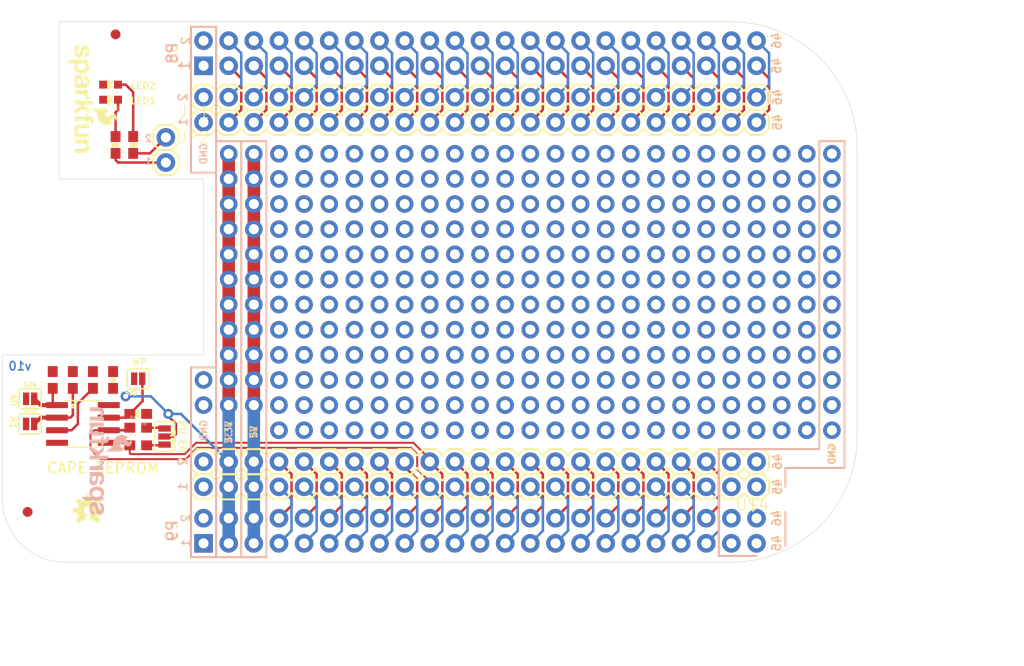
<source format=kicad_pcb>
(kicad_pcb (version 20211014) (generator pcbnew)
  (layers (0 "F.Cu" signal) (31 "B.Cu" signal) (34 "B.Paste" user) (35 "F.Paste" user) (36 "B.SilkS" user "B.Silkscreen") (37 "F.SilkS" user "F.Silkscreen") (38 "B.Mask" user) (39 "F.Mask" user) (44 "Edge.Cuts" user))
  (net 0 "")
  (net 1 "GND")
  (net 2 "3.3V")
  (net 3 "N$6")
  (net 4 "A1")
  (net 5 "A0")
  (net 6 "N$10")
  (net 7 "N$11")
  (net 8 "SDA")
  (net 9 "SCL")
  (net 10 "N$2")
  (net 11 "N$4")
  (net 12 "N$5")
  (net 13 "N$9")
  (net 14 "N$12")
  (net 15 "N$13")
  (net 16 "N$14")
  (net 17 "N$15")
  (net 18 "N$16")
  (net 19 "N$17")
  (net 20 "N$18")
  (net 21 "N$19")
  (net 22 "N$20")
  (net 23 "N$21")
  (net 24 "N$22")
  (net 25 "N$23")
  (net 26 "N$24")
  (net 27 "N$25")
  (net 28 "N$26")
  (net 29 "N$27")
  (net 30 "N$28")
  (net 31 "N$29")
  (net 32 "N$31")
  (net 33 "N$32")
  (net 34 "N$33")
  (net 35 "N$34")
  (net 36 "N$35")
  (net 37 "N$36")
  (net 38 "N$37")
  (net 39 "N$38")
  (net 40 "N$39")
  (net 41 "N$40")
  (net 42 "N$41")
  (net 43 "N$42")
  (net 44 "N$43")
  (net 45 "N$44")
  (net 46 "N$45")
  (net 47 "N$46")
  (net 48 "N$47")
  (net 49 "N$48")
  (net 50 "N$49")
  (net 51 "N$50")
  (net 52 "N$51")
  (net 53 "N$52")
  (net 54 "N$56")
  (net 55 "N$57")
  (net 56 "N$58")
  (net 57 "N$59")
  (net 58 "N$60")
  (net 59 "N$61")
  (net 60 "N$62")
  (net 61 "N$63")
  (net 62 "N$64")
  (net 63 "N$65")
  (net 64 "N$66")
  (net 65 "N$68")
  (net 66 "N$69")
  (net 67 "N$70")
  (net 68 "N$71")
  (net 69 "N$72")
  (net 70 "N$73")
  (net 71 "N$79")
  (net 72 "N$80")
  (net 73 "N$81")
  (net 74 "N$82")
  (net 75 "N$83")
  (net 76 "N$84")
  (net 77 "N$85")
  (net 78 "N$86")
  (net 79 "N$87")
  (net 80 "N$88")
  (net 81 "N$89")
  (net 82 "N$91")
  (net 83 "N$92")
  (net 84 "N$93")
  (net 85 "N$94")
  (net 86 "N$95")
  (net 87 "N$96")
  (net 88 "N$100")
  (net 89 "N$101")
  (net 90 "N$102")
  (net 91 "N$103")
  (net 92 "N$104")
  (net 93 "N$105")
  (net 94 "N$106")
  (net 95 "N$107")
  (net 96 "N$108")
  (net 97 "N$109")
  (net 98 "N$110")
  (net 99 "N$111")
  (net 100 "N$112")
  (net 101 "N$113")
  (net 102 "N$114")
  (net 103 "N$115")
  (net 104 "N$116")
  (net 105 "N$117")
  (net 106 "N$118")
  (net 107 "N$119")
  (net 108 "N$120")
  (net 109 "N$121")
  (net 110 "N$122")
  (net 111 "N$123")
  (net 112 "N$124")
  (net 113 "N$125")
  (net 114 "N$126")
  (net 115 "N$127")
  (net 116 "N$128")
  (net 117 "N$129")
  (net 118 "N$130")
  (net 119 "N$131")
  (net 120 "N$132")
  (net 121 "N$133")
  (net 122 "N$134")
  (net 123 "N$135")
  (net 124 "N$136")
  (net 125 "N$137")
  (net 126 "N$138")
  (net 127 "N$139")
  (net 128 "N$140")
  (net 129 "N$141")
  (net 130 "N$142")
  (net 131 "N$143")
  (net 132 "N$144")
  (net 133 "N$145")
  (net 134 "N$146")
  (net 135 "N$147")
  (net 136 "N$148")
  (net 137 "N$149")
  (net 138 "N$150")
  (net 139 "N$151")
  (net 140 "N$152")
  (net 141 "N$153")
  (net 142 "N$154")
  (net 143 "N$155")
  (net 144 "N$156")
  (net 145 "N$157")
  (net 146 "N$158")
  (net 147 "N$159")
  (net 148 "N$160")
  (net 149 "N$161")
  (net 150 "N$162")
  (net 151 "N$163")
  (net 152 "N$164")
  (net 153 "N$165")
  (net 154 "N$166")
  (net 155 "N$167")
  (net 156 "N$168")
  (net 157 "N$169")
  (net 158 "N$170")
  (net 159 "N$171")
  (net 160 "N$172")
  (net 161 "N$173")
  (net 162 "N$174")
  (net 163 "N$175")
  (net 164 "N$176")
  (net 165 "N$177")
  (net 166 "N$178")
  (net 167 "N$179")
  (net 168 "N$180")
  (net 169 "N$181")
  (net 170 "N$182")
  (net 171 "N$183")
  (net 172 "N$184")
  (net 173 "N$185")
  (net 174 "N$186")
  (net 175 "N$187")
  (net 176 "N$188")
  (net 177 "N$189")
  (net 178 "N$190")
  (net 179 "N$191")
  (net 180 "N$192")
  (net 181 "N$193")
  (net 182 "N$194")
  (net 183 "N$195")
  (net 184 "N$196")
  (net 185 "N$197")
  (net 186 "N$198")
  (net 187 "N$199")
  (net 188 "N$200")
  (net 189 "N$201")
  (net 190 "N$202")
  (net 191 "N$203")
  (net 192 "N$204")
  (net 193 "N$205")
  (net 194 "N$206")
  (net 195 "N$207")
  (net 196 "N$208")
  (net 197 "N$209")
  (net 198 "N$210")
  (net 199 "N$211")
  (net 200 "N$212")
  (net 201 "N$213")
  (net 202 "N$214")
  (net 203 "N$215")
  (net 204 "N$216")
  (net 205 "N$217")
  (net 206 "N$218")
  (net 207 "N$219")
  (net 208 "N$220")
  (net 209 "N$221")
  (net 210 "N$222")
  (net 211 "N$223")
  (net 212 "N$224")
  (net 213 "N$225")
  (net 214 "N$226")
  (net 215 "N$227")
  (net 216 "N$228")
  (net 217 "N$229")
  (net 218 "N$230")
  (net 219 "N$231")
  (net 220 "N$232")
  (net 221 "N$233")
  (net 222 "N$234")
  (net 223 "N$235")
  (net 224 "N$236")
  (net 225 "N$237")
  (net 226 "N$238")
  (net 227 "N$239")
  (net 228 "N$240")
  (net 229 "N$241")
  (net 230 "N$242")
  (net 231 "N$243")
  (net 232 "N$244")
  (net 233 "N$245")
  (net 234 "N$246")
  (net 235 "N$247")
  (net 236 "N$248")
  (net 237 "N$249")
  (net 238 "N$250")
  (net 239 "N$251")
  (net 240 "N$252")
  (net 241 "N$253")
  (net 242 "N$254")
  (net 243 "N$255")
  (net 244 "N$256")
  (net 245 "N$257")
  (net 246 "N$258")
  (net 247 "N$259")
  (net 248 "N$260")
  (net 249 "N$261")
  (net 250 "N$262")
  (net 251 "N$263")
  (net 252 "N$264")
  (net 253 "N$265")
  (net 254 "N$266")
  (net 255 "N$267")
  (net 256 "N$268")
  (net 257 "N$269")
  (net 258 "N$270")
  (net 259 "N$271")
  (net 260 "N$272")
  (net 261 "N$273")
  (net 262 "N$274")
  (net 263 "N$275")
  (net 264 "N$276")
  (net 265 "N$277")
  (net 266 "N$278")
  (net 267 "N$279")
  (net 268 "N$280")
  (net 269 "N$281")
  (net 270 "N$282")
  (net 271 "N$283")
  (net 272 "N$284")
  (net 273 "N$285")
  (net 274 "N$286")
  (net 275 "N$287")
  (net 276 "N$288")
  (net 277 "N$289")
  (net 278 "N$290")
  (net 279 "N$291")
  (net 280 "N$292")
  (net 281 "N$293")
  (net 282 "N$294")
  (net 283 "N$295")
  (net 284 "N$296")
  (net 285 "N$297")
  (net 286 "N$298")
  (net 287 "N$299")
  (net 288 "N$300")
  (net 289 "N$301")
  (net 290 "N$302")
  (net 291 "N$303")
  (net 292 "N$304")
  (net 293 "N$305")
  (net 294 "N$306")
  (net 295 "N$307")
  (net 296 "N$308")
  (net 297 "N$309")
  (net 298 "N$310")
  (net 299 "N$311")
  (net 300 "N$312")
  (net 301 "N$313")
  (net 302 "N$314")
  (net 303 "N$315")
  (net 304 "N$316")
  (net 305 "N$317")
  (net 306 "N$318")
  (net 307 "N$319")
  (net 308 "N$320")
  (net 309 "N$321")
  (net 310 "N$322")
  (net 311 "N$323")
  (net 312 "N$324")
  (net 313 "N$325")
  (net 314 "N$326")
  (net 315 "N$327")
  (net 316 "N$328")
  (net 317 "N$329")
  (net 318 "N$330")
  (net 319 "N$331")
  (net 320 "N$332")
  (net 321 "N$333")
  (net 322 "N$334")
  (net 323 "N$335")
  (net 324 "N$336")
  (net 325 "N$337")
  (net 326 "N$338")
  (net 327 "N$339")
  (net 328 "N$364")
  (net 329 "N$365")
  (net 330 "N$366")
  (net 331 "N$367")
  (net 332 "N$368")
  (net 333 "N$369")
  (net 334 "N$370")
  (net 335 "N$371")
  (net 336 "N$372")
  (net 337 "N$373")
  (net 338 "N$374")
  (net 339 "N$375")
  (net 340 "N$376")
  (net 341 "N$377")
  (net 342 "N$378")
  (net 343 "N$379")
  (net 344 "N$380")
  (net 345 "N$381")
  (net 346 "N$382")
  (net 347 "N$383")
  (net 348 "N$384")
  (net 349 "N$385")
  (net 350 "N$386")
  (net 351 "N$391")
  (net 352 "5V")
  (net 353 "N$1")
  (net 354 "N$3")
  (net 355 "N$7")
  (net 356 "N$8")
  (net 357 "N$30")
  (footprint "boardEagle:1X23" (layer "F.Cu") (at 154.8511 85.3186 180)
    (fp_text reference "U$3" hide)
    (fp_text value "M23" hide)
  )
  (footprint "boardEagle:CREATIVE_COMMONS" (layer "F.Cu") (at 125.6411 142.4686)
    (fp_text reference "FRAME1" hide)
    (fp_text value "FRAME-LETTER" hide)
  )
  (footprint "boardEagle:0603@1" (layer "F.Cu") (at 119.0371 118.7196)
    (fp_text reference "R5")
    (fp_text value "4.7k")
  )
  (footprint "boardEagle:1X23" (layer "F.Cu") (at 154.8511 87.8586 180)
    (fp_text reference "U$2" hide)
    (fp_text value "M23" hide)
  )
  (footprint "boardEagle:LED-0603" (layer "F.Cu") (at 116.2431 85.5726 90)
    (fp_text reference "D2")
    (fp_text value "RED")
  )
  (footprint "boardEagle:BEAGLE_BONE_BLACK_CAPE" (layer "F.Cu") (at 105.3211 132.3086)
    (fp_text reference "U$1")
    (fp_text value "BEAGLE_BONE_BLACK_CAPE")
  )
  (footprint "boardEagle:0603@1" (layer "F.Cu") (at 112.4331 113.8936 90)
    (fp_text reference "R2")
    (fp_text value "4.7k")
  )
  (footprint "boardEagle:0603@1" (layer "F.Cu") (at 110.4011 113.8936 90)
    (fp_text reference "R3")
    (fp_text value "4.7k")
  )
  (footprint "boardEagle:0603-CAP" (layer "F.Cu") (at 116.4971 113.8936 90)
    (fp_text reference "C1")
    (fp_text value "0.1uF")
  )
  (footprint "boardEagle:FIDUCIAL-1X2" (layer "F.Cu") (at 116.7511 78.9686)
    (fp_text reference "FID2" hide)
    (fp_text value "FIDUCIAL1X2" hide)
  )
  (footprint "boardEagle:0603@1" (layer "F.Cu") (at 114.4651 113.8936 90)
    (fp_text reference "R1")
    (fp_text value "4.7k")
  )
  (footprint "boardEagle:0603-RES" (layer "F.Cu") (at 119.0371 117.3226 180)
    (fp_text reference "R6")
    (fp_text value "10k")
  )
  (footprint "boardEagle:SMT-JUMPER_2_NO_SILK" (layer "F.Cu") (at 119.0371 113.7666 180)
    (fp_text reference "SJ5")
    (fp_text value "WP")
  )
  (footprint "boardEagle:LED-0603" (layer "F.Cu") (at 116.2431 84.0486 90)
    (fp_text reference "D1")
    (fp_text value "RED")
  )
  (footprint "boardEagle:0603-RES" (layer "F.Cu") (at 118.5291 90.1446 90)
    (fp_text reference "R7")
    (fp_text value "1K")
  )
  (footprint "boardEagle:SMT-JUMPER_2_NO_SILK" (layer "F.Cu") (at 108.1151 115.7986)
    (fp_text reference "SJ4")
    (fp_text value "A0")
  )
  (footprint "boardEagle:SMT-JUMPER_3_2-NC_PASTE_SILK" (layer "F.Cu") (at 121.7041 119.6086 -90)
    (fp_text reference "SJ1")
    (fp_text value "I2C EN")
  )
  (footprint "boardEagle:0603@1" (layer "F.Cu") (at 119.0371 120.4976)
    (fp_text reference "R4")
    (fp_text value "4.7k")
  )
  (footprint "boardEagle:1X01" (layer "F.Cu") (at 121.8311 89.3826)
    (fp_text reference "JP1")
    (fp_text value "M01PTH")
  )
  (footprint "boardEagle:FIDUCIAL-1X2" (layer "F.Cu") (at 107.8611 127.2286)
    (fp_text reference "FID1" hide)
    (fp_text value "FIDUCIAL1X2" hide)
  )
  (footprint "boardEagle:SO08" (layer "F.Cu") (at 113.4491 118.3386 -90)
    (fp_text reference "U1")
    (fp_text value "EEPROM-I2CSMD")
  )
  (footprint "boardEagle:0603-RES" (layer "F.Cu") (at 116.7511 90.1446 90)
    (fp_text reference "R8")
    (fp_text value "1K")
  )
  (footprint "boardEagle:OSHW-LOGO-S" (layer "F.Cu") (at 113.9571 127.1016)
    (fp_text reference "LOGO2" hide)
    (fp_text value "OSHW-LOGOS" hide)
  )
  (footprint "boardEagle:1X23" (layer "F.Cu") (at 154.8511 124.6886 180)
    (fp_text reference "U$4")
    (fp_text value "M23" hide)
  )
  (footprint "boardEagle:1X01" (layer "F.Cu") (at 121.8311 91.9226)
    (fp_text reference "JP2")
    (fp_text value "M01PTH")
  )
  (footprint "boardEagle:1X23" (layer "F.Cu") (at 154.8511 122.1486 180)
    (fp_text reference "U$5" hide)
    (fp_text value "M23" hide)
  )
  (footprint "boardEagle:SMT-JUMPER_2_NO_SILK" (layer "F.Cu") (at 108.1151 118.3386)
    (fp_text reference "SJ3")
    (fp_text value "A1")
  )
  (footprint "boardEagle:SFE_LOGO_NAME_FLAME_.1" (layer "F.Cu") (at 111.6711 79.6036 -90)
    (fp_text reference "LOGO3" hide)
    (fp_text value "SFE_LOGO_NAME_FLAME.1_INCH" hide)
  )
  (footprint "boardEagle:SFE_LOGO_NAME_FLAME_.1" (layer "B.Cu") (at 113.1951 127.9906 90)
    (fp_text reference "U$6" hide)
    (fp_text value "" hide)
  )
  (gr_line (start 124.3711 112.6236) (end 124.3711 131.8006) (layer "B.SilkS") (width 0.2032))
  (gr_line (start 131.9911 131.8006) (end 131.9911 89.7636) (layer "B.SilkS") (width 0.2032))
  (gr_line (start 129.4511 131.8006) (end 131.9911 131.8006) (layer "B.SilkS") (width 0.2032))
  (gr_line (start 184.4421 122.7836) (end 184.4421 124.6886) (layer "B.SilkS") (width 0.2032))
  (gr_line (start 126.9111 131.8006) (end 129.4511 131.8006) (layer "B.SilkS") (width 0.2032))
  (gr_line (start 184.4421 127.2286) (end 184.4421 130.6576) (layer "B.SilkS") (width 0.2032))
  (gr_line (start 190.4111 122.7836) (end 184.4421 122.7836) (layer "B.SilkS") (width 0.2032))
  (gr_line (start 126.9111 89.7636) (end 126.9111 92.9386) (layer "B.SilkS") (width 0.2032))
  (gr_line (start 129.4511 89.7636) (end 126.9111 89.7636) (layer "B.SilkS") (width 0.2032))
  (gr_line (start 124.3711 78.2066) (end 126.9111 78.2066) (layer "B.SilkS") (width 0.2032))
  (gr_line (start 129.4511 131.8006) (end 129.4511 89.7636) (layer "B.SilkS") (width 0.2032))
  (gr_line (start 126.9111 92.9386) (end 126.9111 112.6236) (layer "B.SilkS") (width 0.2032))
  (gr_line (start 181.5211 131.6736) (end 177.7111 131.6736) (layer "B.SilkS") (width 0.2032))
  (gr_line (start 187.8711 120.8786) (end 187.8711 89.7636) (layer "B.SilkS") (width 0.2032))
  (gr_line (start 126.9111 112.6236) (end 124.3711 112.6236) (layer "B.SilkS") (width 0.2032))
  (gr_line (start 187.8711 89.7636) (end 190.4111 89.7636) (layer "B.SilkS") (width 0.2032))
  (gr_line (start 126.9111 78.2066) (end 126.9111 89.7636) (layer "B.SilkS") (width 0.2032))
  (gr_line (start 177.7111 131.6736) (end 177.7111 120.8786) (layer "B.SilkS") (width 0.2032))
  (gr_line (start 124.3711 131.8006) (end 126.9111 131.8006) (layer "B.SilkS") (width 0.2032))
  (gr_line (start 126.9111 92.9386) (end 124.3711 92.9386) (layer "B.SilkS") (width 0.2032))
  (gr_line (start 124.3711 92.9386) (end 124.3711 78.2066) (layer "B.SilkS") (width 0.2032))
  (gr_line (start 131.9911 89.7636) (end 129.4511 89.7636) (layer "B.SilkS") (width 0.2032))
  (gr_line (start 187.8711 120.8786) (end 177.7111 120.8786) (layer "B.SilkS") (width 0.2032))
  (gr_line (start 126.9111 112.6236) (end 126.9111 131.8006) (layer "B.SilkS") (width 0.2032))
  (gr_line (start 190.4111 89.7636) (end 190.4111 122.7836) (layer "B.SilkS") (width 0.2032))
  (gr_line (start 124.3711 131.8006) (end 126.9111 131.8006) (layer "F.SilkS") (width 0.2032))
  (gr_line (start 129.4511 125.3236) (end 129.4511 89.7636) (layer "F.SilkS") (width 0.2032))
  (gr_line (start 126.9111 89.7636) (end 126.9111 112.6236) (layer "F.SilkS") (width 0.2032))
  (gr_line (start 124.3711 92.9386) (end 124.3711 78.2066) (layer "F.SilkS") (width 0.2032))
  (gr_line (start 184.4421 127.2286) (end 184.4421 130.6576) (layer "F.SilkS") (width 0.2032))
  (gr_line (start 129.4511 131.8006) (end 131.9911 131.8006) (layer "F.SilkS") (width 0.2032))
  (gr_line (start 177.7111 131.6736) (end 181.5211 131.6736) (layer "F.SilkS") (width 0.2032))
  (gr_line (start 126.9111 78.2066) (end 126.9111 89.7636) (layer "F.SilkS") (width 0.2032))
  (gr_line (start 190.4111 89.7636) (end 190.4111 122.7836) (layer "F.SilkS") (width 0.2032))
  (gr_line (start 184.4421 122.7836) (end 184.4421 124.6886) (layer "F.SilkS") (width 0.2032))
  (gr_line (start 129.4511 131.8006) (end 129.4511 125.4506) (layer "F.SilkS") (width 0.2032))
  (gr_line (start 126.9111 92.9386) (end 124.3711 92.9386) (layer "F.SilkS") (width 0.2032))
  (gr_line (start 126.9111 125.4506) (end 126.9111 131.8006) (layer "F.SilkS") (width 0.2032))
  (gr_line (start 131.9911 131.8006) (end 131.9911 89.7636) (layer "F.SilkS") (width 0.2032))
  (gr_line (start 177.7111 120.8786) (end 177.7111 131.6736) (layer "F.SilkS") (width 0.2032))
  (gr_line (start 126.9111 131.8006) (end 129.4511 131.8006) (layer "F.SilkS") (width 0.2032))
  (gr_line (start 126.9111 112.6236) (end 124.3711 112.6236) (layer "F.SilkS") (width 0.2032))
  (gr_line (start 184.4421 122.7836) (end 190.4111 122.7836) (layer "F.SilkS") (width 0.2032))
  (gr_line (start 131.9911 89.7636) (end 129.4511 89.7636) (layer "F.SilkS") (width 0.2032))
  (gr_line (start 124.3711 125.3236) (end 124.3711 131.8006) (layer "F.SilkS") (width 0.2032))
  (gr_line (start 187.8711 120.8786) (end 177.7111 120.8786) (layer "F.SilkS") (width 0.2032))
  (gr_line (start 129.4511 89.7636) (end 126.9111 89.7636) (layer "F.SilkS") (width 0.2032))
  (gr_line (start 187.8711 120.8786) (end 187.8711 89.7636) (layer "F.SilkS") (width 0.2032))
  (gr_line (start 187.8711 89.7636) (end 190.4111 89.7636) (layer "F.SilkS") (width 0.2032))
  (gr_line (start 126.9111 112.6236) (end 126.9111 125.3236) (layer "F.SilkS") (width 0.2032))
  (gr_line (start 124.3711 112.6236) (end 124.3711 124.1806) (layer "F.SilkS") (width 0.2032))
  (gr_line (start 124.3711 78.2066) (end 126.9111 78.2066) (layer "F.SilkS") (width 0.2032))
  (gr_line (start 111.0361 77.6986) (end 178.9811 77.6986) (layer "Edge.Cuts") (width 0.05))
  (gr_line (start 111.0361 93.5736) (end 111.0361 77.6986) (layer "Edge.Cuts") (width 0.05))
  (gr_arc (start 178.9811 77.6986) (mid 187.961356 81.418344) (end 191.6811 90.3986) (layer "Edge.Cuts") (width 0.05))
  (gr_line (start 178.9811 132.3086) (end 111.6711 132.3086) (layer "Edge.Cuts") (width 0.05))
  (gr_line (start 105.3211 125.9586) (end 105.3211 111.3536) (layer "Edge.Cuts") (width 0.05))
  (gr_arc (start 111.6711 132.3086) (mid 107.180972 130.448728) (end 105.3211 125.9586) (layer "Edge.Cuts") (width 0.05))
  (gr_line (start 125.6411 111.3536) (end 125.6411 93.5736) (layer "Edge.Cuts") (width 0.05))
  (gr_line (start 125.6411 93.5736) (end 111.0361 93.5736) (layer "Edge.Cuts") (width 0.05))
  (gr_line (start 191.6811 90.3986) (end 191.6811 119.6086) (layer "Edge.Cuts") (width 0.05))
  (gr_arc (start 191.6811 119.6086) (mid 187.961356 128.588856) (end 178.9811 132.3086) (layer "Edge.Cuts") (width 0.05))
  (gr_line (start 105.3211 111.3536) (end 125.6411 111.3536) (layer "Edge.Cuts") (width 0.05))
  (gr_text "v10" (at 105.8291 111.9886) (layer "B.Cu") (effects (font (size 0.8636 0.8636) (thickness 0.1524)) (justify right top mirror)))
  (gr_text "45" (at 184.1246 87.8586 -270) (layer "B.SilkS") (effects (font (size 0.8636 0.8636) (thickness 0.1524)) (justify bottom mirror)))
  (gr_text "3.3V" (at 128.1811 120.3706 -270) (layer "B.SilkS") (effects (font (size 0.69088 0.69088) (thickness 0.12192)) (justify right mirror)))
  (gr_text "1" (at 124.0536 124.6886 -270) (layer "B.SilkS") (effects (font (size 0.8636 0.8636) (thickness 0.1524)) (justify bottom mirror)))
  (gr_text "2" (at 124.0536 85.3186 -270) (layer "B.SilkS") (effects (font (size 0.8636 0.8636) (thickness 0.1524)) (justify bottom mirror)))
  (gr_text "46" (at 184.1246 85.3186 -270) (layer "B.SilkS") (effects (font (size 0.8636 0.8636) (thickness 0.1524)) (justify bottom mirror)))
  (gr_text "GND" (at 125.6411 120.1166 -270) (layer "B.SilkS") (effects (font (size 0.69088 0.69088) (thickness 0.12192)) (justify right mirror)))
  (gr_text "1" (at 124.0536 87.8586 -270) (layer "B.SilkS") (effects (font (size 0.8636 0.8636) (thickness 0.1524)) (justify bottom mirror)))
  (gr_text "5V" (at 130.7211 119.8626 -270) (layer "B.SilkS") (effects (font (size 0.69088 0.69088) (thickness 0.12192)) (justify right mirror)))
  (gr_text "46" (at 184.1246 122.1486 -270) (layer "B.SilkS") (effects (font (size 0.8636 0.8636) (thickness 0.1524)) (justify bottom mirror)))
  (gr_text "45" (at 184.1246 124.6886 -270) (layer "B.SilkS") (effects (font (size 0.8636 0.8636) (thickness 0.1524)) (justify bottom mirror)))
  (gr_text "1" (at 120.0531 92.1766) (layer "B.SilkS") (effects (font (size 0.69088 0.69088) (thickness 0.12192)) (justify bottom mirror)))
  (gr_text "GND" (at 189.1411 122.5296 -270) (layer "B.SilkS") (effects (font (size 0.69088 0.69088) (thickness 0.12192)) (justify right mirror)))
  (gr_text "2" (at 120.0531 89.8906) (layer "B.SilkS") (effects (font (size 0.69088 0.69088) (thickness 0.12192)) (justify bottom mirror)))
  (gr_text "2" (at 124.0536 122.1486 -270) (layer "B.SilkS") (effects (font (size 0.8636 0.8636) (thickness 0.1524)) (justify bottom mirror)))
  (gr_text "GND" (at 125.6411 92.1766 -270) (layer "B.SilkS") (effects (font (size 0.69088 0.69088) (thickness 0.12192)) (justify right mirror)))
  (gr_text "CAPE EEPROM" (at 115.4811 122.1486) (layer "F.SilkS") (effects (font (size 1.0795 1.0795) (thickness 0.1905)) (justify top)))
  (gr_text "A1" (at 106.8451 118.2116 270) (layer "F.SilkS") (effects (font (size 0.69088 0.69088) (thickness 0.12192)) (justify top)))
  (gr_text "46" (at 183.1086 122.1486 90) (layer "F.SilkS") (effects (font (size 0.8636 0.8636) (thickness 0.1524)) (justify top)))
  (gr_text "GND" (at 125.6411 120.1166 90) (layer "F.SilkS") (effects (font (size 0.69088 0.69088) (thickness 0.12192)) (justify left)))
  (gr_text "45" (at 183.1086 87.8586 90) (layer "F.SilkS") (effects (font (size 0.8636 0.8636) (thickness 0.1524)) (justify top)))
  (gr_text "45" (at 183.1086 124.6886 90) (layer "F.SilkS") (effects (font (size 0.8636 0.8636) (thickness 0.1524)) (justify top)))
  (gr_text "A0" (at 106.8451 115.9256 270) (layer "F.SilkS") (effects (font (size 0.69088 0.69088) (thickness 0.12192)) (justify top)))
  (gr_text "3.3V" (at 128.1811 120.3706 90) (layer "F.SilkS") (effects (font (size 0.69088 0.69088) (thickness 0.12192)) (justify left)))
  (gr_text "PU EN" (at 123.1011 119.6086 270) (layer "F.SilkS") (effects (font (size 0.69088 0.69088) (thickness 0.12192)) (justify bottom)))
  (gr_text "5V" (at 130.7211 119.8626 90) (layer "F.SilkS") (effects (font (size 0.69088 0.69088) (thickness 0.12192)) (justify left)))
  (gr_text "2" (at 124.0536 85.3186 90) (layer "F.SilkS") (effects (font (size 0.8636 0.8636) (thickness 0.1524)) (justify bottom)))
  (gr_text "GND" (at 125.6411 92.1766 90) (layer "F.SilkS") (effects (font (size 0.69088 0.69088) (thickness 0.12192)) (justify left)))
  (gr_text "46" (at 183.1086 85.3186 90) (layer "F.SilkS") (effects (font (size 0.8636 0.8636) (thickness 0.1524)) (justify top)))
  (gr_text "WP" (at 119.1641 112.4966) (layer "F.SilkS") (effects (font (size 0.69088 0.69088) (thickness 0.12192)) (justify bottom)))
  (gr_text "GND" (at 189.1411 120.1166 90) (layer "F.SilkS") (effects (font (size 0.69088 0.69088) (thickness 0.12192)) (justify right)))
  (gr_text "LED1" (at 119.5451 86.0806) (layer "F.SilkS") (effects (font (size 0.69088 0.69088) (thickness 0.12192)) (justify bottom)))
  (gr_text "2" (at 120.0531 89.8906) (layer "F.SilkS") (effects (font (size 0.69088 0.69088) (thickness 0.12192)) (justify bottom)))
  (gr_text "LED2" (at 119.5451 84.5566) (layer "F.SilkS") (effects (font (size 0.69088 0.69088) (thickness 0.12192)) (justify bottom)))
  (gr_text "2" (at 124.0536 122.1486 90) (layer "F.SilkS") (effects (font (size 0.8636 0.8636) (thickness 0.1524)) (justify bottom)))
  (gr_text "1" (at 124.0536 87.8586 90) (layer "F.SilkS") (effects (font (size 0.8636 0.8636) (thickness 0.1524)) (justify bottom)))
  (gr_text "1" (at 120.0531 92.1766) (layer "F.SilkS") (effects (font (size 0.69088 0.69088) (thickness 0.12192)) (justify bottom)))
  (gr_text "1" (at 124.0536 124.6886 90) (layer "F.SilkS") (effects (font (size 0.8636 0.8636) (thickness 0.1524)) (justify bottom)))
  (via (at 189.1411 106.2736) (size 1.778) (drill 1.016) (layers "F.Cu" "B.Cu") (net 1))
  (via (at 189.1411 108.8136) (size 1.778) (drill 1.016) (layers "F.Cu" "B.Cu") (net 1))
  (via (at 189.1411 91.0336) (size 1.778) (drill 1.016) (layers "F.Cu" "B.Cu") (net 1))
  (via (at 189.1411 116.4336) (size 1.778) (drill 1.016) (layers "F.Cu" "B.Cu") (net 1))
  (via (at 189.1411 103.7336) (size 1.778) (drill 1.016) (layers "F.Cu" "B.Cu") (net 1))
  (via (at 189.1411 111.3536) (size 1.778) (drill 1.016) (layers "F.Cu" "B.Cu") (net 1))
  (via (at 189.1411 113.8936) (size 1.778) (drill 1.016) (layers "F.Cu" "B.Cu") (net 1))
  (via (at 189.1411 118.9736) (size 1.778) (drill 1.016) (layers "F.Cu" "B.Cu") (net 1))
  (via (at 125.6411 116.4336) (size 1.778) (drill 1.016) (layers "F.Cu" "B.Cu") (net 1))
  (via (at 189.1411 98.6536) (size 1.778) (drill 1.016) (layers "F.Cu" "B.Cu") (net 1))
  (via (at 189.1411 93.5736) (size 1.778) (drill 1.016) (layers "F.Cu" "B.Cu") (net 1))
  (via (at 189.1411 101.1936) (size 1.778) (drill 1.016) (layers "F.Cu" "B.Cu") (net 1))
  (via (at 125.6411 113.8936) (size 1.778) (drill 1.016) (layers "F.Cu" "B.Cu") (net 1))
  (via (at 189.1411 96.1136) (size 1.778) (drill 1.016) (layers "F.Cu" "B.Cu") (net 1))
  (segment (start 128.1811 106.2736) (end 128.1811 103.7336) (width 1.27) (layer "F.Cu") (net 2))
  (segment (start 128.1811 108.8136) (end 128.1811 111.3536) (width 1.27) (layer "F.Cu") (net 2))
  (segment (start 121.7041 119.6086) (end 122.5931 119.6086) (width 0.254) (layer "F.Cu") (net 2))
  (segment (start 128.1811 91.0336) (end 128.1811 93.5736) (width 1.27) (layer "F.Cu") (net 2))
  (segment (start 128.1811 111.3536) (end 128.1811 113.8936) (width 1.27) (layer "F.Cu") (net 2))
  (segment (start 122.0851 117.5766) (end 122.0851 117.3226) (width 0.254) (layer "F.Cu") (net 2))
  (segment (start 122.8471 119.3546) (end 122.8471 118.3386) (width 0.254) (layer "F.Cu") (net 2))
  (segment (start 114.4651 113.0436) (end 114.7971 113.1706) (width 0.254) (layer "F.Cu") (net 2))
  (segment (start 128.1811 96.1136) (end 128.1811 93.5736) (width 1.27) (layer "F.Cu") (net 2))
  (segment (start 128.1811 103.7336) (end 128.1811 101.1936) (width 1.27) (layer "F.Cu") (net 2))
  (segment (start 128.1811 113.8936) (end 128.1811 116.4336) (width 1.27) (layer "F.Cu") (net 2))
  (segment (start 128.1811 101.1936) (end 128.1811 98.6536) (width 1.27) (layer "F.Cu") (net 2))
  (segment (start 128.1811 98.6536) (end 128.1811 96.1136) (width 1.27) (layer "F.Cu") (net 2))
  (segment (start 128.1811 108.8136) (end 128.1811 106.2736) (width 1.27) (layer "F.Cu") (net 2))
  (segment (start 122.8471 118.3386) (end 122.0851 117.5766) (width 0.254) (layer "F.Cu") (net 2))
  (segment (start 122.5931 119.6086) (end 122.8471 119.3546) (width 0.254) (layer "F.Cu") (net 2))
  (via (at 128.1811 103.7336) (size 1.778) (drill 1.016) (layers "F.Cu" "B.Cu") (net 2))
  (via (at 128.1811 113.8936) (size 1.778) (drill 1.016) (layers "F.Cu" "B.Cu") (net 2))
  (via (at 128.1811 98.6536) (size 1.778) (drill 1.016) (layers "F.Cu" "B.Cu") (net 2))
  (via (at 128.1811 93.5736) (size 1.778) (drill 1.016) (layers "F.Cu" "B.Cu") (net 2))
  (via (at 128.1811 96.1136) (size 1.778) (drill 1.016) (layers "F.Cu" "B.Cu") (net 2))
  (via (at 128.1811 108.8136) (size 1.778) (drill 1.016) (layers "F.Cu" "B.Cu") (net 2))
  (via (at 128.1811 116.4336) (size 1.778) (drill 1.016) (layers "F.Cu" "B.Cu") (net 2))
  (via (at 128.1811 91.0336) (size 1.778) (drill 1.016) (layers "F.Cu" "B.Cu") (net 2))
  (via (at 128.1811 111.3536) (size 1.778) (drill 1.016) (layers "F.Cu" "B.Cu") (net 2))
  (via (at 128.1811 101.1936) (size 1.778) (drill 1.016) (layers "F.Cu" "B.Cu") (net 2))
  (via (at 128.1811 106.2736) (size 1.778) (drill 1.016) (layers "F.Cu" "B.Cu") (net 2))
  (via (at 117.7671 115.5446) (size 1.016) (drill 0.508) (layers "F.Cu" "B.Cu") (net 2))
  (via (at 122.0851 117.3226) (size 1.016) (drill 0.508) (layers "F.Cu" "B.Cu") (net 2))
  (segment (start 128.1811 124.6886) (end 128.1811 122.1486) (width 1.27) (layer "B.Cu") (net 2))
  (segment (start 117.7671 115.5446) (end 120.3071 115.5446) (width 0.254) (layer "B.Cu") (net 2))
  (segment (start 128.1811 127.8636) (end 128.1811 124.6886) (width 1.27) (layer "B.Cu") (net 2))
  (segment (start 120.3071 115.5446) (end 122.0851 117.3226) (width 0.254) (layer "B.Cu") (net 2))
  (segment (start 128.1811 130.4036) (end 128.1811 127.8636) (width 1.27) (layer "B.Cu") (net 2))
  (segment (start 123.3551 117.3226) (end 122.0851 117.3226) (width 0.254) (layer "B.Cu") (net 2))
  (segment (start 128.1811 122.1486) (end 123.3551 117.3226) (width 0.254) (layer "B.Cu") (net 2))
  (segment (start 128.1811 116.4336) (end 128.1811 122.1486) (width 1.27) (layer "B.Cu") (net 2))
  (segment (start 112.9411 116.2676) (end 114.4651 114.7436) (width 0.254) (layer "F.Cu") (net 3))
  (segment (start 112.3061 118.9736) (end 112.9411 118.3386) (width 0.254) (layer "F.Cu") (net 3))
  (segment (start 112.9411 118.3386) (end 112.9411 116.2676) (width 0.254) (layer "F.Cu") (net 3))
  (segment (start 110.8329 118.9736) (end 112.3061 118.9736) (width 0.254) (layer "F.Cu") (net 3))
  (segment (start 112.4331 114.7436) (end 112.4331 117.4496) (width 0.254) (layer "F.Cu") (net 4))
  (segment (start 112.4331 117.4496) (end 112.1791 117.7036) (width 0.254) (layer "F.Cu") (net 4))
  (segment (start 110.8329 117.7036) (end 112.1791 117.7036) (width 0.254) (layer "F.Cu") (net 4))
  (segment (start 109.2001 117.7036) (end 108.5215 118.3386) (width 0.4064) (layer "F.Cu") (net 4))
  (segment (start 110.8329 117.7036) (end 109.2001 117.7036) (width 0.4064) (layer "F.Cu") (net 4))
  (segment (start 109.2001 116.4336) (end 108.5215 115.7986) (width 0.4064) (layer "F.Cu") (net 5))
  (segment (start 110.4011 114.7436) (end 110.4011 116.4336) (width 0.254) (layer "F.Cu") (net 5))
  (segment (start 110.4011 116.4336) (end 109.2001 116.4336) (width 0.4064) (layer "F.Cu") (net 5))
  (segment (start 110.4011 116.4336) (end 110.8329 116.4336) (width 0.254) (layer "F.Cu") (net 5))
  (segment (start 121.6279 120.4976) (end 121.7041 120.4214) (width 0.254) (layer "F.Cu") (net 6))
  (segment (start 119.8871 120.4976) (end 121.6279 120.4976) (width 0.254) (layer "F.Cu") (net 6))
  (segment (start 121.7041 118.7958) (end 121.7041 118.8466) (width 0.254) (layer "F.Cu") (net 7))
  (segment (start 119.8871 118.7196) (end 121.5771 118.7196) (width 0.254) (layer "F.Cu") (net 7))
  (segment (start 121.5771 118.7196) (end 121.7041 118.8466) (width 0.254) (layer "F.Cu") (net 7))
  (segment (start 124.8791 120.2436) (end 146.8501 120.2436) (width 0.2032) (layer "F.Cu") (net 8))
  (segment (start 116.0653 120.2436) (end 117.9331 120.2436) (width 0.254) (layer "F.Cu") (net 8))
  (segment (start 149.7711 126.5936) (end 149.7711 123.4186) (width 0.254) (layer "F.Cu") (net 8))
  (segment (start 118.1871 120.4976) (end 118.1871 121.2986) (width 0.2032) (layer "F.Cu") (net 8))
  (segment (start 123.7361 121.3866) (end 124.8791 120.2436) (width 0.2032) (layer "F.Cu") (net 8))
  (segment (start 118.2751 121.3866) (end 123.7361 121.3866) (width 0.2032) (layer "F.Cu") (net 8))
  (segment (start 117.9331 120.2436) (end 118.1871 120.4976) (width 0.254) (layer "F.Cu") (net 8))
  (segment (start 149.7711 123.4186) (end 148.5011 122.1486) (width 0.254) (layer "F.Cu") (net 8))
  (segment (start 118.1871 121.2986) (end 118.2751 121.3866) (width 0.2032) (layer "F.Cu") (net 8))
  (segment (start 146.8501 120.2436) (end 148.5011 121.8946) (width 0.2032) (layer "F.Cu") (net 8))
  (segment (start 148.5011 127.8636) (end 149.7711 126.5936) (width 0.254) (layer "F.Cu") (net 8))
  (segment (start 148.5011 121.8946) (end 148.5011 122.1486) (width 0.2032) (layer "F.Cu") (net 8))
  (segment (start 123.8631 121.8946) (end 125.0061 120.7516) (width 0.2032) (layer "F.Cu") (net 9))
  (segment (start 115.2271 121.8946) (end 123.8631 121.8946) (width 0.2032) (layer "F.Cu") (net 9))
  (segment (start 117.9331 118.9736) (end 118.1871 118.7196) (width 0.254) (layer "F.Cu") (net 9))
  (segment (start 146.5961 120.7516) (end 147.2311 121.3866) (width 0.2032) (layer "F.Cu") (net 9))
  (segment (start 114.5921 118.9736) (end 116.0653 118.9736) (width 0.2032) (layer "F.Cu") (net 9))
  (segment (start 147.2311 121.3866) (end 147.2311 122.9106) (width 0.2032) (layer "F.Cu") (net 9))
  (segment (start 148.5011 124.1806) (end 148.5011 124.6886) (width 0.2032) (layer "F.Cu") (net 9))
  (segment (start 125.0061 120.7516) (end 146.5961 120.7516) (width 0.2032) (layer "F.Cu") (net 9))
  (segment (start 147.2311 122.9106) (end 148.5011 124.1806) (width 0.2032) (layer "F.Cu") (net 9))
  (segment (start 114.2111 119.3546) (end 114.2111 120.8786) (width 0.2032) (layer "F.Cu") (net 9))
  (segment (start 116.0653 118.9736) (end 117.9331 118.9736) (width 0.254) (layer "F.Cu") (net 9))
  (segment (start 114.5921 118.9736) (end 114.2111 119.3546) (width 0.2032) (layer "F.Cu") (net 9))
  (segment (start 114.2111 120.8786) (end 115.2271 121.8946) (width 0.2032) (layer "F.Cu") (net 9))
  (segment (start 149.7711 125.9586) (end 148.5011 124.6886) (width 0.254) (layer "B.Cu") (net 9))
  (segment (start 149.7711 129.1336) (end 149.7711 125.9586) (width 0.254) (layer "B.Cu") (net 9))
  (segment (start 148.5011 130.4036) (end 149.7711 129.1336) (width 0.254) (layer "B.Cu") (net 9))
  (segment (start 182.7911 83.4136) (end 182.7911 86.5886) (width 0.254) (layer "F.Cu") (net 10))
  (segment (start 181.5211 82.1436) (end 182.7911 83.4136) (width 0.254) (layer "F.Cu") (net 10))
  (segment (start 182.7911 86.5886) (end 181.5211 87.8586) (width 0.254) (layer "F.Cu") (net 10))
  (segment (start 178.9811 82.1436) (end 180.2511 83.4136) (width 0.254) (layer "F.Cu") (net 11))
  (segment (start 180.2511 86.5886) (end 178.9811 87.8586) (width 0.254) (layer "F.Cu") (net 11))
  (segment (start 180.2511 83.4136) (end 180.2511 86.5886) (width 0.254) (layer "F.Cu") (net 11))
  (segment (start 177.7111 86.5886) (end 176.4411 87.8586) (width 0.254) (layer "F.Cu") (net 12))
  (segment (start 176.4411 82.1436) (end 177.7111 83.4136) (width 0.254) (layer "F.Cu") (net 12))
  (segment (start 177.7111 83.4136) (end 177.7111 86.5886) (width 0.254) (layer "F.Cu") (net 12))
  (segment (start 175.1711 83.4136) (end 175.1711 86.5886) (width 0.254) (layer "F.Cu") (net 13))
  (segment (start 175.1711 86.5886) (end 173.9011 87.8586) (width 0.254) (layer "F.Cu") (net 13))
  (segment (start 173.9011 82.1436) (end 175.1711 83.4136) (width 0.254) (layer "F.Cu") (net 13))
  (segment (start 171.3611 82.1436) (end 172.6311 83.4136) (width 0.254) (layer "F.Cu") (net 14))
  (segment (start 172.6311 86.5886) (end 171.3611 87.8586) (width 0.254) (layer "F.Cu") (net 14))
  (segment (start 172.6311 83.4136) (end 172.6311 86.5886) (width 0.254) (layer "F.Cu") (net 14))
  (segment (start 170.0911 86.5886) (end 168.8211 87.8586) (width 0.254) (layer "F.Cu") (net 15))
  (segment (start 170.0911 83.4136) (end 170.0911 86.5886) (width 0.254) (layer "F.Cu") (net 15))
  (segment (start 168.8211 82.1436) (end 170.0911 83.4136) (width 0.254) (layer "F.Cu") (net 15))
  (segment (start 167.5511 86.5886) (end 166.2811 87.8586) (width 0.254) (layer "F.Cu") (net 16))
  (segment (start 167.5511 83.4136) (end 167.5511 86.5886) (width 0.254) (layer "F.Cu") (net 16))
  (segment (start 166.2811 82.1436) (end 167.5511 83.4136) (width 0.254) (layer "F.Cu") (net 16))
  (segment (start 163.7411 82.1436) (end 165.0111 83.4136) (width 0.254) (layer "F.Cu") (net 17))
  (segment (start 165.0111 83.4136) (end 165.0111 86.5886) (width 0.254) (layer "F.Cu") (net 17))
  (segment (start 165.0111 86.5886) (end 163.7411 87.8586) (width 0.254) (layer "F.Cu") (net 17))
  (segment (start 161.2011 82.1436) (end 162.4711 83.4136) (width 0.254) (layer "F.Cu") (net 18))
  (segment (start 162.4711 83.4136) (end 162.4711 86.5886) (width 0.254) (layer "F.Cu") (net 18))
  (segment (start 162.4711 86.5886) (end 161.2011 87.8586) (width 0.254) (layer "F.Cu") (net 18))
  (segment (start 159.9311 86.5886) (end 158.6611 87.8586) (width 0.254) (layer "F.Cu") (net 19))
  (segment (start 158.6611 82.1436) (end 159.9311 83.4136) (width 0.254) (layer "F.Cu") (net 19))
  (segment (start 159.9311 83.4136) (end 159.9311 86.5886) (width 0.254) (layer "F.Cu") (net 19))
  (segment (start 157.3911 83.4136) (end 157.3911 86.5886) (width 0.254) (layer "F.Cu") (net 20))
  (segment (start 157.3911 86.5886) (end 156.1211 87.8586) (width 0.254) (layer "F.Cu") (net 20))
  (segment (start 156.1211 82.1436) (end 157.3911 83.4136) (width 0.254) (layer "F.Cu") (net 20))
  (segment (start 154.8511 86.5886) (end 153.5811 87.8586) (width 0.254) (layer "F.Cu") (net 21))
  (segment (start 153.5811 82.1436) (end 154.8511 83.4136) (width 0.254) (layer "F.Cu") (net 21))
  (segment (start 154.8511 83.4136) (end 154.8511 86.5886) (width 0.254) (layer "F.Cu") (net 21))
  (segment (start 151.0411 82.1436) (end 152.3111 83.4136) (width 0.254) (layer "F.Cu") (net 22))
  (segment (start 152.3111 83.4136) (end 152.3111 86.5886) (width 0.254) (layer "F.Cu") (net 22))
  (segment (start 152.3111 86.5886) (end 151.0411 87.8586) (width 0.254) (layer "F.Cu") (net 22))
  (segment (start 149.7711 83.4136) (end 149.7711 86.5886) (width 0.254) (layer "F.Cu") (net 23))
  (segment (start 149.7711 86.5886) (end 148.5011 87.8586) (width 0.254) (layer "F.Cu") (net 23))
  (segment (start 148.5011 82.1436) (end 149.7711 83.4136) (width 0.254) (layer "F.Cu") (net 23))
  (segment (start 147.2311 83.4136) (end 147.2311 86.5886) (width 0.254) (layer "F.Cu") (net 24))
  (segment (start 147.2311 86.5886) (end 145.9611 87.8586) (width 0.254) (layer "F.Cu") (net 24))
  (segment (start 145.9611 82.1436) (end 147.2311 83.4136) (width 0.254) (layer "F.Cu") (net 24))
  (segment (start 144.6911 83.4136) (end 144.6911 86.5886) (width 0.254) (layer "F.Cu") (net 25))
  (segment (start 143.4211 82.1436) (end 144.6911 83.4136) (width 0.254) (layer "F.Cu") (net 25))
  (segment (start 144.6911 86.5886) (end 143.4211 87.8586) (width 0.254) (layer "F.Cu") (net 25))
  (segment (start 142.1511 86.5886) (end 140.8811 87.8586) (width 0.254) (layer "F.Cu") (net 26))
  (segment (start 140.8811 82.1436) (end 142.1511 83.4136) (width 0.254) (layer "F.Cu") (net 26))
  (segment (start 142.1511 83.4136) (end 142.1511 86.5886) (width 0.254) (layer "F.Cu") (net 26))
  (segment (start 139.6111 83.4136) (end 139.6111 86.5886) (width 0.254) (layer "F.Cu") (net 27))
  (segment (start 139.6111 86.5886) (end 138.3411 87.8586) (width 0.254) (layer "F.Cu") (net 27))
  (segment (start 138.3411 82.1436) (end 139.6111 83.4136) (width 0.254) (layer "F.Cu") (net 27))
  (segment (start 137.0711 83.4136) (end 137.0711 86.5886) (width 0.254) (layer "F.Cu") (net 28))
  (segment (start 135.8011 82.1436) (end 137.0711 83.4136) (width 0.254) (layer "F.Cu") (net 28))
  (segment (start 137.0711 86.5886) (end 135.8011 87.8586) (width 0.254) (layer "F.Cu") (net 28))
  (segment (start 133.2611 82.1436) (end 134.5311 83.4136) (width 0.254) (layer "F.Cu") (net 29))
  (segment (start 134.5311 86.5886) (end 133.2611 87.8586) (width 0.254) (layer "F.Cu") (net 29))
  (segment (start 134.5311 83.4136) (end 134.5311 86.5886) (width 0.254) (layer "F.Cu") (net 29))
  (segment (start 131.9911 86.5886) (end 130.7211 87.8586) (width 0.254) (layer "F.Cu") (net 30))
  (segment (start 130.7211 82.1436) (end 131.9911 83.4136) (width 0.254) (layer "F.Cu") (net 30))
  (segment (start 131.9911 83.4136) (end 131.9911 86.5886) (width 0.254) (layer "F.Cu") (net 30))
  (segment (start 129.4511 83.4136) (end 128.1811 82.1436) (width 0.254) (layer "F.Cu") (net 31))
  (segment (start 128.1811 87.8586) (end 129.4511 86.5886) (width 0.254) (layer "F.Cu") (net 31))
  (segment (start 129.4511 86.5886) (end 129.4511 83.4136) (width 0.254) (layer "F.Cu") (net 31))
  (segment (start 182.7911 84.0486) (end 181.5211 85.3186) (width 0.254) (layer "B.Cu") (net 32))
  (segment (start 182.7911 80.8736) (end 182.7911 84.0486) (width 0.254) (layer "B.Cu") (net 32))
  (segment (start 181.5211 79.6036) (end 182.7911 80.8736) (width 0.254) (layer "B.Cu") (net 32))
  (segment (start 178.9811 79.6036) (end 180.2511 80.8736) (width 0.254) (layer "B.Cu") (net 33))
  (segment (start 180.2511 80.8736) (end 180.2511 84.0486) (width 0.254) (layer "B.Cu") (net 33))
  (segment (start 180.2511 84.0486) (end 178.9811 85.3186) (width 0.254) (layer "B.Cu") (net 33))
  (segment (start 177.7111 80.8736) (end 177.7111 84.0486) (width 0.254) (layer "B.Cu") (net 34))
  (segment (start 176.4411 79.6036) (end 177.7111 80.8736) (width 0.254) (layer "B.Cu") (net 34))
  (segment (start 177.7111 84.0486) (end 176.4411 85.3186) (width 0.254) (layer "B.Cu") (net 34))
  (segment (start 173.9011 79.6036) (end 175.1711 80.8736) (width 0.254) (layer "B.Cu") (net 35))
  (segment (start 175.1711 84.0486) (end 173.9011 85.3186) (width 0.254) (layer "B.Cu") (net 35))
  (segment (start 175.1711 80.8736) (end 175.1711 84.0486) (width 0.254) (layer "B.Cu") (net 35))
  (segment (start 172.6311 84.0486) (end 171.3611 85.3186) (width 0.254) (layer "B.Cu") (net 36))
  (segment (start 172.6311 80.8736) (end 172.6311 84.0486) (width 0.254) (layer "B.Cu") (net 36))
  (segment (start 171.3611 79.6036) (end 172.6311 80.8736) (width 0.254) (layer "B.Cu") (net 36))
  (segment (start 168.8211 79.6036) (end 170.0911 80.8736) (width 0.254) (layer "B.Cu") (net 37))
  (segment (start 170.0911 84.0486) (end 168.8211 85.3186) (width 0.254) (layer "B.Cu") (net 37))
  (segment (start 170.0911 80.8736) (end 170.0911 84.0486) (width 0.254) (layer "B.Cu") (net 37))
  (segment (start 167.5511 80.8736) (end 167.5511 84.0486) (width 0.254) (layer "B.Cu") (net 38))
  (segment (start 167.5511 84.0486) (end 166.2811 85.3186) (width 0.254) (layer "B.Cu") (net 38))
  (segment (start 166.2811 79.6036) (end 167.5511 80.8736) (width 0.254) (layer "B.Cu") (net 38))
  (segment (start 163.7411 79.6036) (end 165.0111 80.8736) (width 0.254) (layer "B.Cu") (net 39))
  (segment (start 165.0111 84.0486) (end 163.7411 85.3186) (width 0.254) (layer "B.Cu") (net 39))
  (segment (start 165.0111 80.8736) (end 165.0111 84.0486) (width 0.254) (layer "B.Cu") (net 39))
  (segment (start 162.4711 84.0486) (end 161.2011 85.3186) (width 0.254) (layer "B.Cu") (net 40))
  (segment (start 162.4711 80.8736) (end 162.4711 84.0486) (width 0.254) (layer "B.Cu") (net 40))
  (segment (start 161.2011 79.6036) (end 162.4711 80.8736) (width 0.254) (layer "B.Cu") (net 40))
  (segment (start 159.9311 84.0486) (end 158.6611 85.3186) (width 0.254) (layer "B.Cu") (net 41))
  (segment (start 158.6611 79.6036) (end 159.9311 80.8736) (width 0.254) (layer "B.Cu") (net 41))
  (segment (start 159.9311 80.8736) (end 159.9311 84.0486) (width 0.254) (layer "B.Cu") (net 41))
  (segment (start 157.3911 84.0486) (end 156.1211 85.3186) (width 0.254) (layer "B.Cu") (net 42))
  (segment (start 156.1211 79.6036) (end 157.3911 80.8736) (width 0.254) (layer "B.Cu") (net 42))
  (segment (start 157.3911 80.8736) (end 157.3911 84.0486) (width 0.254) (layer "B.Cu") (net 42))
  (segment (start 154.8511 84.0486) (end 153.5811 85.3186) (width 0.254) (layer "B.Cu") (net 43))
  (segment (start 153.5811 79.6036) (end 154.8511 80.8736) (width 0.254) (layer "B.Cu") (net 43))
  (segment (start 154.8511 80.8736) (end 154.8511 84.0486) (width 0.254) (layer "B.Cu") (net 43))
  (segment (start 152.3111 80.8736) (end 152.3111 84.0486) (width 0.254) (layer "B.Cu") (net 44))
  (segment (start 152.3111 84.0486) (end 151.0411 85.3186) (width 0.254) (layer "B.Cu") (net 44))
  (segment (start 151.0411 79.6036) (end 152.3111 80.8736) (width 0.254) (layer "B.Cu") (net 44))
  (segment (start 149.7711 84.0486) (end 148.5011 85.3186) (width 0.254) (layer "B.Cu") (net 45))
  (segment (start 148.5011 79.6036) (end 149.7711 80.8736) (width 0.254) (layer "B.Cu") (net 45))
  (segment (start 149.7711 80.8736) (end 149.7711 84.0486) (width 0.254) (layer "B.Cu") (net 45))
  (segment (start 145.9611 79.6036) (end 147.2311 80.8736) (width 0.254) (layer "B.Cu") (net 46))
  (segment (start 147.2311 84.0486) (end 145.9611 85.3186) (width 0.254) (layer "B.Cu") (net 46))
  (segment (start 147.2311 80.8736) (end 147.2311 84.0486) (width 0.254) (layer "B.Cu") (net 46))
  (segment (start 144.6911 84.0486) (end 143.4211 85.3186) (width 0.254) (layer "B.Cu") (net 47))
  (segment (start 144.6911 80.8736) (end 144.6911 84.0486) (width 0.254) (layer "B.Cu") (net 47))
  (segment (start 143.4211 79.6036) (end 144.6911 80.8736) (width 0.254) (layer "B.Cu") (net 47))
  (segment (start 142.1511 80.8736) (end 142.1511 84.0486) (width 0.254) (layer "B.Cu") (net 48))
  (segment (start 140.8811 79.6036) (end 142.1511 80.8736) (width 0.254) (layer "B.Cu") (net 48))
  (segment (start 142.1511 84.0486) (end 140.8811 85.3186) (width 0.254) (layer "B.Cu") (net 48))
  (segment (start 138.3411 79.6036) (end 139.6111 80.8736) (width 0.254) (layer "B.Cu") (net 49))
  (segment (start 139.6111 80.8736) (end 139.6111 84.0486) (width 0.254) (layer "B.Cu") (net 49))
  (segment (start 139.6111 84.0486) (end 138.3411 85.3186) (width 0.254) (layer "B.Cu") (net 49))
  (segment (start 137.0711 84.0486) (end 135.8011 85.3186) (width 0.254) (layer "B.Cu") (net 50))
  (segment (start 137.0711 80.8736) (end 137.0711 84.0486) (width 0.254) (layer "B.Cu") (net 50))
  (segment (start 135.8011 79.6036) (end 137.0711 80.8736) (width 0.254) (layer "B.Cu") (net 50))
  (segment (start 134.5311 84.0486) (end 133.2611 85.3186) (width 0.254) (layer "B.Cu") (net 51))
  (segment (start 134.5311 80.8736) (end 134.5311 84.0486) (width 0.254) (layer "B.Cu") (net 51))
  (segment (start 133.2611 79.6036) (end 134.5311 80.8736) (width 0.254) (layer "B.Cu") (net 51))
  (segment (start 131.9911 84.0486) (end 130.7211 85.3186) (width 0.254) (layer "B.Cu") (net 52))
  (segment (start 131.9911 80.8736) (end 131.9911 84.0486) (width 0.254) (layer "B.Cu") (net 52))
  (segment (start 130.7211 79.6036) (end 131.9911 80.8736) (width 0.254) (layer "B.Cu") (net 52))
  (segment (start 129.4511 84.0486) (end 128.1811 85.3186) (width 0.254) (layer "B.Cu") (net 53))
  (segment (start 129.4511 80.8736) (end 129.4511 84.0486) (width 0.254) (layer "B.Cu") (net 53))
  (segment (start 128.1811 79.6036) (end 129.4511 80.8736) (width 0.254) (layer "B.Cu") (net 53))
  (segment (start 177.7111 123.4186) (end 176.4411 122.1486) (width 0.254) (layer "F.Cu") (net 54))
  (segment (start 177.7111 126.5936) (end 177.7111 123.4186) (width 0.254) (layer "F.Cu") (net 54))
  (segment (start 176.4411 127.8636) (end 177.7111 126.5936) (width 0.254) (layer "F.Cu") (net 54))
  (segment (start 175.1711 126.5936) (end 175.1711 123.4186) (width 0.254) (layer "F.Cu") (net 55))
  (segment (start 175.1711 123.4186) (end 173.9011 122.1486) (width 0.254) (layer "F.Cu") (net 55))
  (segment (start 173.9011 127.8636) (end 175.1711 126.5936) (width 0.254) (layer "F.Cu") (net 55))
  (segment (start 172.6311 126.5936) (end 172.6311 123.4186) (width 0.254) (layer "F.Cu") (net 56))
  (segment (start 172.6311 123.4186) (end 171.3611 122.1486) (width 0.254) (layer "F.Cu") (net 56))
  (segment (start 171.3611 127.8636) (end 172.6311 126.5936) (width 0.254) (layer "F.Cu") (net 56))
  (segment (start 170.0911 126.5936) (end 170.0911 123.4186) (width 0.254) (layer "F.Cu") (net 57))
  (segment (start 168.8211 127.8636) (end 170.0911 126.5936) (width 0.254) (layer "F.Cu") (net 57))
  (segment (start 170.0911 123.4186) (end 168.8211 122.1486) (width 0.254) (layer "F.Cu") (net 57))
  (segment (start 166.2811 127.8636) (end 167.5511 126.5936) (width 0.254) (layer "F.Cu") (net 58))
  (segment (start 167.5511 126.5936) (end 167.5511 123.4186) (width 0.254) (layer "F.Cu") (net 58))
  (segment (start 167.5511 123.4186) (end 166.2811 122.1486) (width 0.254) (layer "F.Cu") (net 58))
  (segment (start 165.0111 123.4186) (end 163.7411 122.1486) (width 0.254) (layer "F.Cu") (net 59))
  (segment (start 163.7411 127.8636) (end 165.0111 126.5936) (width 0.254) (layer "F.Cu") (net 59))
  (segment (start 165.0111 126.5936) (end 165.0111 123.4186) (width 0.254) (layer "F.Cu") (net 59))
  (segment (start 161.2011 127.8636) (end 162.4711 126.5936) (width 0.254) (layer "F.Cu") (net 60))
  (segment (start 162.4711 126.5936) (end 162.4711 123.4186) (width 0.254) (layer "F.Cu") (net 60))
  (segment (start 162.4711 123.4186) (end 161.2011 122.1486) (width 0.254) (layer "F.Cu") (net 60))
  (segment (start 159.9311 123.4186) (end 158.6611 122.1486) (width 0.254) (layer "F.Cu") (net 61))
  (segment (start 159.9311 126.5936) (end 159.9311 123.4186) (width 0.254) (layer "F.Cu") (net 61))
  (segment (start 158.6611 127.8636) (end 159.9311 126.5936) (width 0.254) (layer "F.Cu") (net 61))
  (segment (start 157.3911 123.4186) (end 156.1211 122.1486) (width 0.254) (layer "F.Cu") (net 62))
  (segment (start 157.3911 126.5936) (end 157.3911 123.4186) (width 0.254) (layer "F.Cu") (net 62))
  (segment (start 156.1211 127.8636) (end 157.3911 126.5936) (width 0.254) (layer "F.Cu") (net 62))
  (segment (start 154.8511 123.4186) (end 153.5811 122.1486) (width 0.254) (layer "F.Cu") (net 63))
  (segment (start 153.5811 127.8636) (end 154.8511 126.5936) (width 0.254) (layer "F.Cu") (net 63))
  (segment (start 154.8511 126.5936) (end 154.8511 123.4186) (width 0.254) (layer "F.Cu") (net 63))
  (segment (start 151.0411 127.8636) (end 152.3111 126.5936) (width 0.254) (layer "F.Cu") (net 64))
  (segment (start 152.3111 123.4186) (end 151.0411 122.1486) (width 0.254) (layer "F.Cu") (net 64))
  (segment (start 152.3111 126.5936) (end 152.3111 123.4186) (width 0.254) (layer "F.Cu") (net 64))
  (segment (start 145.9611 122.6566) (end 145.9611 122.1486) (width 0.254) (layer "F.Cu") (net 65))
  (segment (start 147.2311 126.5936) (end 147.2311 123.9266) (width 0.254) (layer "F.Cu") (net 65))
  (segment (start 147.2311 123.9266) (end 145.9611 122.6566) (width 0.254) (layer "F.Cu") (net 65))
  (segment (start 145.9611 127.8636) (end 147.2311 126.5936) (width 0.254) (layer "F.Cu") (net 65))
  (segment (start 143.4211 127.8636) (end 144.6911 126.5936) (width 0.254) (layer "F.Cu") (net 66))
  (segment (start 144.6911 126.5936) (end 144.6911 123.4186) (width 0.254) (layer "F.Cu") (net 66))
  (segment (start 144.6911 123.4186) (end 143.4211 122.1486) (width 0.254) (layer "F.Cu") (net 66))
  (segment (start 142.1511 123.4186) (end 140.8811 122.1486) (width 0.254) (layer "F.Cu") (net 67))
  (segment (start 140.8811 127.8636) (end 142.1511 126.5936) (width 0.254) (layer "F.Cu") (net 67))
  (segment (start 142.1511 126.5936) (end 142.1511 123.4186) (width 0.254) (layer "F.Cu") (net 67))
  (segment (start 138.3411 127.8636) (end 139.6111 126.5936) (width 0.254) (layer "F.Cu") (net 68))
  (segment (start 139.6111 123.4186) (end 138.3411 122.1486) (width 0.254) (layer "F.Cu") (net 68))
  (segment (start 139.6111 126.5936) (end 139.6111 123.4186) (width 0.254) (layer "F.Cu") (net 68))
  (segment (start 137.0711 126.5936) (end 137.0711 123.4186) (width 0.254) (layer "F.Cu") (net 69))
  (segment (start 135.8011 127.8636) (end 137.0711 126.5936) (width 0.254) (layer "F.Cu") (net 69))
  (segment (start 137.0711 123.4186) (end 135.8011 122.1486) (width 0.254) (layer "F.Cu") (net 69))
  (segment (start 134.5311 123.4186) (end 133.2611 122.1486) (width 0.254) (layer "F.Cu") (net 70))
  (segment (start 133.2611 127.8636) (end 134.5311 126.5936) (width 0.254) (layer "F.Cu") (net 70))
  (segment (start 134.5311 126.5936) (end 134.5311 123.4186) (width 0.254) (layer "F.Cu") (net 70))
  (segment (start 177.7111 129.1336) (end 177.7111 125.9586) (width 0.254) (layer "B.Cu") (net 71))
  (segment (start 177.7111 125.9586) (end 176.4411 124.6886) (width 0.254) (layer "B.Cu") (net 71))
  (segment (start 176.4411 130.4036) (end 177.7111 129.1336) (width 0.254) (layer "B.Cu") (net 71))
  (segment (start 173.9011 130.4036) (end 175.1711 129.1336) (width 0.254) (layer "B.Cu") (net 72))
  (segment (start 175.1711 129.1336) (end 175.1711 125.9586) (width 0.254) (layer "B.Cu") (net 72))
  (segment (start 175.1711 125.9586) (end 173.9011 124.6886) (width 0.254) (layer "B.Cu") (net 72))
  (segment (start 171.3611 130.4036) (end 172.6311 129.1336) (width 0.254) (layer "B.Cu") (net 73))
  (segment (start 172.6311 129.1336) (end 172.6311 125.9586) (width 0.254) (layer "B.Cu") (net 73))
  (segment (start 172.6311 125.9586) (end 171.3611 124.6886) (width 0.254) (layer "B.Cu") (net 73))
  (segment (start 168.8211 130.4036) (end 170.0911 129.1336) (width 0.254) (layer "B.Cu") (net 74))
  (segment (start 170.0911 129.1336) (end 170.0911 125.9586) (width 0.254) (layer "B.Cu") (net 74))
  (segment (start 170.0911 125.9586) (end 168.8211 124.6886) (width 0.254) (layer "B.Cu") (net 74))
  (segment (start 166.2811 130.4036) (end 167.5511 129.1336) (width 0.254) (layer "B.Cu") (net 75))
  (segment (start 167.5511 129.1336) (end 167.5511 125.9586) (width 0.254) (layer "B.Cu") (net 75))
  (segment (start 167.5511 125.9586) (end 166.2811 124.6886) (width 0.254) (layer "B.Cu") (net 75))
  (segment (start 165.0111 129.1336) (end 165.0111 125.9586) (width 0.254) (layer "B.Cu") (net 76))
  (segment (start 165.0111 125.9586) (end 163.7411 124.6886) (width 0.254) (layer "B.Cu") (net 76))
  (segment (start 163.7411 130.4036) (end 165.0111 129.1336) (width 0.254) (layer "B.Cu") (net 76))
  (segment (start 162.4711 129.1336) (end 162.4711 125.9586) (width 0.254) (layer "B.Cu") (net 77))
  (segment (start 162.4711 125.9586) (end 161.2011 124.6886) (width 0.254) (layer "B.Cu") (net 77))
  (segment (start 161.2011 130.4036) (end 162.4711 129.1336) (width 0.254) (layer "B.Cu") (net 77))
  (segment (start 158.6611 130.4036) (end 159.9311 129.1336) (width 0.254) (layer "B.Cu") (net 78))
  (segment (start 159.9311 125.9586) (end 158.6611 124.6886) (width 0.254) (layer "B.Cu") (net 78))
  (segment (start 159.9311 129.1336) (end 159.9311 125.9586) (width 0.254) (layer "B.Cu") (net 78))
  (segment (start 156.1211 130.4036) (end 157.3911 129.1336) (width 0.254) (layer "B.Cu") (net 79))
  (segment (start 157.3911 125.9586) (end 156.1211 124.6886) (width 0.254) (layer "B.Cu") (net 79))
  (segment (start 157.3911 129.1336) (end 157.3911 125.9586) (width 0.254) (layer "B.Cu") (net 79))
  (segment (start 153.5811 130.4036) (end 154.8511 129.1336) (width 0.254) (layer "B.Cu") (net 80))
  (segment (start 154.8511 125.9586) (end 153.5811 124.6886) (width 0.254) (layer "B.Cu") (net 80))
  (segment (start 154.8511 129.1336) (end 154.8511 125.9586) (width 0.254) (layer "B.Cu") (net 80))
  (segment (start 152.3111 125.9586) (end 151.0411 124.6886) (width 0.254) (layer "B.Cu") (net 81))
  (segment (start 151.0411 130.4036) (end 152.3111 129.1336) (width 0.254) (layer "B.Cu") (net 81))
  (segment (start 152.3111 129.1336) (end 152.3111 125.9586) (width 0.254) (layer "B.Cu") (net 81))
  (segment (start 147.2311 125.9586) (end 145.9611 124.6886) (width 0.254) (layer "B.Cu") (net 82))
  (segment (start 147.2311 129.1336) (end 147.2311 125.9586) (width 0.254) (layer "B.Cu") (net 82))
  (segment (start 145.9611 130.4036) (end 147.2311 129.1336) (width 0.254) (layer "B.Cu") (net 82))
  (segment (start 144.6911 129.1336) (end 144.6911 125.9586) (width 0.254) (layer "B.Cu") (net 83))
  (segment (start 144.6911 125.9586) (end 143.4211 124.6886) (width 0.254) (layer "B.Cu") (net 83))
  (segment (start 143.4211 130.4036) (end 144.6911 129.1336) (width 0.254) (layer "B.Cu") (net 83))
  (segment (start 142.1511 129.1336) (end 142.1511 125.9586) (width 0.254) (layer "B.Cu") (net 84))
  (segment (start 140.8811 130.4036) (end 142.1511 129.1336) (width 0.254) (layer "B.Cu") (net 84))
  (segment (start 142.1511 125.9586) (end 140.8811 124.6886) (width 0.254) (layer "B.Cu") (net 84))
  (segment (start 139.6111 129.1336) (end 139.6111 125.9586) (width 0.254) (layer "B.Cu") (net 85))
  (segment (start 138.3411 130.4036) (end 139.6111 129.1336) (width 0.254) (layer "B.Cu") (net 85))
  (segment (start 139.6111 125.9586) (end 138.3411 124.6886) (width 0.254) (layer "B.Cu") (net 85))
  (segment (start 135.8011 130.4036) (end 137.0711 129.1336) (width 0.254) (layer "B.Cu") (net 86))
  (segment (start 137.0711 125.9586) (end 135.8011 124.6886) (width 0.254) (layer "B.Cu") (net 86))
  (segment (start 137.0711 129.1336) (end 137.0711 125.9586) (width 0.254) (layer "B.Cu") (net 86))
  (segment (start 133.2611 130.4036) (end 134.5311 129.1336) (width 0.254) (layer "B.Cu") (net 87))
  (segment (start 134.5311 125.9586) (end 133.2611 124.6886) (width 0.254) (layer "B.Cu") (net 87))
  (segment (start 134.5311 129.1336) (end 134.5311 125.9586) (width 0.254) (layer "B.Cu") (net 87))
  (via (at 181.5211 118.9736) (size 1.778) (drill 1.016) (layers "F.Cu" "B.Cu") (net 88))
  (via (at 181.5211 116.4336) (size 1.778) (drill 1.016) (layers "F.Cu" "B.Cu") (net 89))
  (via (at 181.5211 113.8936) (size 1.778) (drill 1.016) (layers "F.Cu" "B.Cu") (net 90))
  (via (at 181.5211 111.3536) (size 1.778) (drill 1.016) (layers "F.Cu" "B.Cu") (net 91))
  (via (at 181.5211 108.8136) (size 1.778) (drill 1.016) (layers "F.Cu" "B.Cu") (net 92))
  (via (at 181.5211 106.2736) (size 1.778) (drill 1.016) (layers "F.Cu" "B.Cu") (net 93))
  (via (at 181.5211 103.7336) (size 1.778) (drill 1.016) (layers "F.Cu" "B.Cu") (net 94))
  (via (at 181.5211 101.1936) (size 1.778) (drill 1.016) (layers "F.Cu" "B.Cu") (net 95))
  (via (at 181.5211 98.6536) (size 1.778) (drill 1.016) (layers "F.Cu" "B.Cu") (net 96))
  (via (at 181.5211 96.1136) (size 1.778) (drill 1.016) (layers "F.Cu" "B.Cu") (net 97))
  (via (at 181.5211 93.5736) (size 1.778) (drill 1.016) (layers "F.Cu" "B.Cu") (net 98))
  (via (at 181.5211 91.0336) (size 1.778) (drill 1.016) (layers "F.Cu" "B.Cu") (net 99))
  (via (at 178.9811 118.9736) (size 1.778) (drill 1.016) (layers "F.Cu" "B.Cu") (net 100))
  (via (at 178.9811 116.4336) (size 1.778) (drill 1.016) (layers "F.Cu" "B.Cu") (net 101))
  (via (at 178.9811 113.8936) (size 1.778) (drill 1.016) (layers "F.Cu" "B.Cu") (net 102))
  (via (at 178.9811 111.3536) (size 1.778) (drill 1.016) (layers "F.Cu" "B.Cu") (net 103))
  (via (at 178.9811 108.8136) (size 1.778) (drill 1.016) (layers "F.Cu" "B.Cu") (net 104))
  (via (at 178.9811 106.2736) (size 1.778) (drill 1.016) (layers "F.Cu" "B.Cu") (net 105))
  (via (at 178.9811 103.7336) (size 1.778) (drill 1.016) (layers "F.Cu" "B.Cu") (net 106))
  (via (at 178.9811 101.1936) (size 1.778) (drill 1.016) (layers "F.Cu" "B.Cu") (net 107))
  (via (at 178.9811 98.6536) (size 1.778) (drill 1.016) (layers "F.Cu" "B.Cu") (net 108))
  (via (at 178.9811 96.1136) (size 1.778) (drill 1.016) (layers "F.Cu" "B.Cu") (net 109))
  (via (at 178.9811 93.5736) (size 1.778) (drill 1.016) (layers "F.Cu" "B.Cu") (net 110))
  (via (at 178.9811 91.0336) (size 1.778) (drill 1.016) (layers "F.Cu" "B.Cu") (net 111))
  (via (at 176.4411 118.9736) (size 1.778) (drill 1.016) (layers "F.Cu" "B.Cu") (net 112))
  (via (at 176.4411 116.4336) (size 1.778) (drill 1.016) (layers "F.Cu" "B.Cu") (net 113))
  (via (at 176.4411 113.8936) (size 1.778) (drill 1.016) (layers "F.Cu" "B.Cu") (net 114))
  (via (at 176.4411 111.3536) (size 1.778) (drill 1.016) (layers "F.Cu" "B.Cu") (net 115))
  (via (at 176.4411 108.8136) (size 1.778) (drill 1.016) (layers "F.Cu" "B.Cu") (net 116))
  (via (at 176.4411 106.2736) (size 1.778) (drill 1.016) (layers "F.Cu" "B.Cu") (net 117))
  (via (at 176.4411 103.7336) (size 1.778) (drill 1.016) (layers "F.Cu" "B.Cu") (net 118))
  (via (at 176.4411 101.1936) (size 1.778) (drill 1.016) (layers "F.Cu" "B.Cu") (net 119))
  (via (at 176.4411 98.6536) (size 1.778) (drill 1.016) (layers "F.Cu" "B.Cu") (net 120))
  (via (at 176.4411 96.1136) (size 1.778) (drill 1.016) (layers "F.Cu" "B.Cu") (net 121))
  (via (at 176.4411 93.5736) (size 1.778) (drill 1.016) (layers "F.Cu" "B.Cu") (net 122))
  (via (at 176.4411 91.0336) (size 1.778) (drill 1.016) (layers "F.Cu" "B.Cu") (net 123))
  (via (at 173.9011 118.9736) (size 1.778) (drill 1.016) (layers "F.Cu" "B.Cu") (net 124))
  (via (at 173.9011 116.4336) (size 1.778) (drill 1.016) (layers "F.Cu" "B.Cu") (net 125))
  (via (at 173.9011 113.8936) (size 1.778) (drill 1.016) (layers "F.Cu" "B.Cu") (net 126))
  (via (at 173.9011 111.3536) (size 1.778) (drill 1.016) (layers "F.Cu" "B.Cu") (net 127))
  (via (at 173.9011 108.8136) (size 1.778) (drill 1.016) (layers "F.Cu" "B.Cu") (net 128))
  (via (at 173.9011 106.2736) (size 1.778) (drill 1.016) (layers "F.Cu" "B.Cu") (net 129))
  (via (at 173.9011 103.7336) (size 1.778) (drill 1.016) (layers "F.Cu" "B.Cu") (net 130))
  (via (at 173.9011 101.1936) (size 1.778) (drill 1.016) (layers "F.Cu" "B.Cu") (net 131))
  (via (at 173.9011 98.6536) (size 1.778) (drill 1.016) (layers "F.Cu" "B.Cu") (net 132))
  (via (at 173.9011 96.1136) (size 1.778) (drill 1.016) (layers "F.Cu" "B.Cu") (net 133))
  (via (at 173.9011 93.5736) (size 1.778) (drill 1.016) (layers "F.Cu" "B.Cu") (net 134))
  (via (at 173.9011 91.0336) (size 1.778) (drill 1.016) (layers "F.Cu" "B.Cu") (net 135))
  (via (at 171.3611 118.9736) (size 1.778) (drill 1.016) (layers "F.Cu" "B.Cu") (net 136))
  (via (at 171.3611 116.4336) (size 1.778) (drill 1.016) (layers "F.Cu" "B.Cu") (net 137))
  (via (at 171.3611 113.8936) (size 1.778) (drill 1.016) (layers "F.Cu" "B.Cu") (net 138))
  (via (at 171.3611 111.3536) (size 1.778) (drill 1.016) (layers "F.Cu" "B.Cu") (net 139))
  (via (at 171.3611 108.8136) (size 1.778) (drill 1.016) (layers "F.Cu" "B.Cu") (net 140))
  (via (at 171.3611 106.2736) (size 1.778) (drill 1.016) (layers "F.Cu" "B.Cu") (net 141))
  (via (at 171.3611 103.7336) (size 1.778) (drill 1.016) (layers "F.Cu" "B.Cu") (net 142))
  (via (at 171.3611 101.1936) (size 1.778) (drill 1.016) (layers "F.Cu" "B.Cu") (net 143))
  (via (at 171.3611 98.6536) (size 1.778) (drill 1.016) (layers "F.Cu" "B.Cu") (net 144))
  (via (at 171.3611 96.1136) (size 1.778) (drill 1.016) (layers "F.Cu" "B.Cu") (net 145))
  (via (at 171.3611 93.5736) (size 1.778) (drill 1.016) (layers "F.Cu" "B.Cu") (net 146))
  (via (at 171.3611 91.0336) (size 1.778) (drill 1.016) (layers "F.Cu" "B.Cu") (net 147))
  (via (at 168.8211 118.9736) (size 1.778) (drill 1.016) (layers "F.Cu" "B.Cu") (net 148))
  (via (at 168.8211 116.4336) (size 1.778) (drill 1.016) (layers "F.Cu" "B.Cu") (net 149))
  (via (at 168.8211 113.8936) (size 1.778) (drill 1.016) (layers "F.Cu" "B.Cu") (net 150))
  (via (at 168.8211 111.3536) (size 1.778) (drill 1.016) (layers "F.Cu" "B.Cu") (net 151))
  (via (at 168.8211 108.8136) (size 1.778) (drill 1.016) (layers "F.Cu" "B.Cu") (net 152))
  (via (at 168.8211 106.2736) (size 1.778) (drill 1.016) (layers "F.Cu" "B.Cu") (net 153))
  (via (at 168.8211 103.7336) (size 1.778) (drill 1.016) (layers "F.Cu" "B.Cu") (net 154))
  (via (at 168.8211 101.1936) (size 1.778) (drill 1.016) (layers "F.Cu" "B.Cu") (net 155))
  (via (at 168.8211 98.6536) (size 1.778) (drill 1.016) (layers "F.Cu" "B.Cu") (net 156))
  (via (at 168.8211 96.1136) (size 1.778) (drill 1.016) (layers "F.Cu" "B.Cu") (net 157))
  (via (at 168.8211 93.5736) (size 1.778) (drill 1.016) (layers "F.Cu" "B.Cu") (net 158))
  (via (at 168.8211 91.0336) (size 1.778) (drill 1.016) (layers "F.Cu" "B.Cu") (net 159))
  (via (at 166.2811 118.9736) (size 1.778) (drill 1.016) (layers "F.Cu" "B.Cu") (net 160))
  (via (at 166.2811 116.4336) (size 1.778) (drill 1.016) (layers "F.Cu" "B.Cu") (net 161))
  (via (at 166.2811 113.8936) (size 1.778) (drill 1.016) (layers "F.Cu" "B.Cu") (net 162))
  (via (at 166.2811 111.3536) (size 1.778) (drill 1.016) (layers "F.Cu" "B.Cu") (net 163))
  (via (at 166.2811 108.8136) (size 1.778) (drill 1.016) (layers "F.Cu" "B.Cu") (net 164))
  (via (at 166.2811 106.2736) (size 1.778) (drill 1.016) (layers "F.Cu" "B.Cu") (net 165))
  (via (at 166.2811 103.7336) (size 1.778) (drill 1.016) (layers "F.Cu" "B.Cu") (net 166))
  (via (at 166.2811 101.1936) (size 1.778) (drill 1.016) (layers "F.Cu" "B.Cu") (net 167))
  (via (at 166.2811 98.6536) (size 1.778) (drill 1.016) (layers "F.Cu" "B.Cu") (net 168))
  (via (at 166.2811 96.1136) (size 1.778) (drill 1.016) (layers "F.Cu" "B.Cu") (net 169))
  (via (at 166.2811 93.5736) (size 1.778) (drill 1.016) (layers "F.Cu" "B.Cu") (net 170))
  (via (at 166.2811 91.0336) (size 1.778) (drill 1.016) (layers "F.Cu" "B.Cu") (net 171))
  (via (at 163.7411 118.9736) (size 1.778) (drill 1.016) (layers "F.Cu" "B.Cu") (net 172))
  (via (at 163.7411 116.4336) (size 1.778) (drill 1.016) (layers "F.Cu" "B.Cu") (net 173))
  (via (at 163.7411 113.8936) (size 1.778) (drill 1.016) (layers "F.Cu" "B.Cu") (net 174))
  (via (at 163.7411 111.3536) (size 1.778) (drill 1.016) (layers "F.Cu" "B.Cu") (net 175))
  (via (at 163.7411 108.8136) (size 1.778) (drill 1.016) (layers "F.Cu" "B.Cu") (net 176))
  (via (at 163.7411 106.2736) (size 1.778) (drill 1.016) (layers "F.Cu" "B.Cu") (net 177))
  (via (at 163.7411 103.7336) (size 1.778) (drill 1.016) (layers "F.Cu" "B.Cu") (net 178))
  (via (at 163.7411 101.1936) (size 1.778) (drill 1.016) (layers "F.Cu" "B.Cu") (net 179))
  (via (at 163.7411 98.6536) (size 1.778) (drill 1.016) (layers "F.Cu" "B.Cu") (net 180))
  (via (at 163.7411 96.1136) (size 1.778) (drill 1.016) (layers "F.Cu" "B.Cu") (net 181))
  (via (at 163.7411 93.5736) (size 1.778) (drill 1.016) (layers "F.Cu" "B.Cu") (net 182))
  (via (at 163.7411 91.0336) (size 1.778) (drill 1.016) (layers "F.Cu" "B.Cu") (net 183))
  (via (at 161.2011 118.9736) (size 1.778) (drill 1.016) (layers "F.Cu" "B.Cu") (net 184))
  (via (at 161.2011 116.4336) (size 1.778) (drill 1.016) (layers "F.Cu" "B.Cu") (net 185))
  (via (at 161.2011 113.8936) (size 1.778) (drill 1.016) (layers "F.Cu" "B.Cu") (net 186))
  (via (at 161.2011 111.3536) (size 1.778) (drill 1.016) (layers "F.Cu" "B.Cu") (net 187))
  (via (at 161.2011 108.8136) (size 1.778) (drill 1.016) (layers "F.Cu" "B.Cu") (net 188))
  (via (at 161.2011 106.2736) (size 1.778) (drill 1.016) (layers "F.Cu" "B.Cu") (net 189))
  (via (at 161.2011 103.7336) (size 1.778) (drill 1.016) (layers "F.Cu" "B.Cu") (net 190))
  (via (at 161.2011 101.1936) (size 1.778) (drill 1.016) (layers "F.Cu" "B.Cu") (net 191))
  (via (at 161.2011 98.6536) (size 1.778) (drill 1.016) (layers "F.Cu" "B.Cu") (net 192))
  (via (at 161.2011 96.1136) (size 1.778) (drill 1.016) (layers "F.Cu" "B.Cu") (net 193))
  (via (at 161.2011 93.5736) (size 1.778) (drill 1.016) (layers "F.Cu" "B.Cu") (net 194))
  (via (at 161.2011 91.0336) (size 1.778) (drill 1.016) (layers "F.Cu" "B.Cu") (net 195))
  (via (at 158.6611 118.9736) (size 1.778) (drill 1.016) (layers "F.Cu" "B.Cu") (net 196))
  (via (at 158.6611 116.4336) (size 1.778) (drill 1.016) (layers "F.Cu" "B.Cu") (net 197))
  (via (at 158.6611 113.8936) (size 1.778) (drill 1.016) (layers "F.Cu" "B.Cu") (net 198))
  (via (at 158.6611 111.3536) (size 1.778) (drill 1.016) (layers "F.Cu" "B.Cu") (net 199))
  (via (at 158.6611 108.8136) (size 1.778) (drill 1.016) (layers "F.Cu" "B.Cu") (net 200))
  (via (at 158.6611 106.2736) (size 1.778) (drill 1.016) (layers "F.Cu" "B.Cu") (net 201))
  (via (at 158.6611 103.7336) (size 1.778) (drill 1.016) (layers "F.Cu" "B.Cu") (net 202))
  (via (at 158.6611 101.1936) (size 1.778) (drill 1.016) (layers "F.Cu" "B.Cu") (net 203))
  (via (at 158.6611 98.6536) (size 1.778) (drill 1.016) (layers "F.Cu" "B.Cu") (net 204))
  (via (at 158.6611 96.1136) (size 1.778) (drill 1.016) (layers "F.Cu" "B.Cu") (net 205))
  (via (at 158.6611 93.5736) (size 1.778) (drill 1.016) (layers "F.Cu" "B.Cu") (net 206))
  (via (at 158.6611 91.0336) (size 1.778) (drill 1.016) (layers "F.Cu" "B.Cu") (net 207))
  (via (at 156.1211 118.9736) (size 1.778) (drill 1.016) (layers "F.Cu" "B.Cu") (net 208))
  (via (at 156.1211 116.4336) (size 1.778) (drill 1.016) (layers "F.Cu" "B.Cu") (net 209))
  (via (at 156.1211 113.8936) (size 1.778) (drill 1.016) (layers "F.Cu" "B.Cu") (net 210))
  (via (at 156.1211 111.3536) (size 1.778) (drill 1.016) (layers "F.Cu" "B.Cu") (net 211))
  (via (at 156.1211 108.8136) (size 1.778) (drill 1.016) (layers "F.Cu" "B.Cu") (net 212))
  (via (at 156.1211 106.2736) (size 1.778) (drill 1.016) (layers "F.Cu" "B.Cu") (net 213))
  (via (at 156.1211 103.7336) (size 1.778) (drill 1.016) (layers "F.Cu" "B.Cu") (net 214))
  (via (at 156.1211 101.1936) (size 1.778) (drill 1.016) (layers "F.Cu" "B.Cu") (net 215))
  (via (at 156.1211 98.6536) (size 1.778) (drill 1.016) (layers "F.Cu" "B.Cu") (net 216))
  (via (at 156.1211 96.1136) (size 1.778) (drill 1.016) (layers "F.Cu" "B.Cu") (net 217))
  (via (at 156.1211 93.5736) (size 1.778) (drill 1.016) (layers "F.Cu" "B.Cu") (net 218))
  (via (at 156.1211 91.0336) (size 1.778) (drill 1.016) (layers "F.Cu" "B.Cu") (net 219))
  (via (at 153.5811 118.9736) (size 1.778) (drill 1.016) (layers "F.Cu" "B.Cu") (net 220))
  (via (at 153.5811 116.4336) (size 1.778) (drill 1.016) (layers "F.Cu" "B.Cu") (net 221))
  (via (at 153.5811 113.8936) (size 1.778) (drill 1.016) (layers "F.Cu" "B.Cu") (net 222))
  (via (at 153.5811 111.3536) (size 1.778) (drill 1.016) (layers "F.Cu" "B.Cu") (net 223))
  (via (at 153.5811 108.8136) (size 1.778) (drill 1.016) (layers "F.Cu" "B.Cu") (net 224))
  (via (at 153.5811 106.2736) (size 1.778) (drill 1.016) (layers "F.Cu" "B.Cu") (net 225))
  (via (at 153.5811 103.7336) (size 1.778) (drill 1.016) (layers "F.Cu" "B.Cu") (net 226))
  (via (at 153.5811 101.1936) (size 1.778) (drill 1.016) (layers "F.Cu" "B.Cu") (net 227))
  (via (at 153.5811 98.6536) (size 1.778) (drill 1.016) (layers "F.Cu" "B.Cu") (net 228))
  (via (at 153.5811 96.1136) (size 1.778) (drill 1.016) (layers "F.Cu" "B.Cu") (net 229))
  (via (at 153.5811 93.5736) (size 1.778) (drill 1.016) (layers "F.Cu" "B.Cu") (net 230))
  (via (at 153.5811 91.0336) (size 1.778) (drill 1.016) (layers "F.Cu" "B.Cu") (net 231))
  (via (at 151.0411 118.9736) (size 1.778) (drill 1.016) (layers "F.Cu" "B.Cu") (net 232))
  (via (at 151.0411 116.4336) (size 1.778) (drill 1.016) (layers "F.Cu" "B.Cu") (net 233))
  (via (at 151.0411 113.8936) (size 1.778) (drill 1.016) (layers "F.Cu" "B.Cu") (net 234))
  (via (at 151.0411 111.3536) (size 1.778) (drill 1.016) (layers "F.Cu" "B.Cu") (net 235))
  (via (at 151.0411 108.8136) (size 1.778) (drill 1.016) (layers "F.Cu" "B.Cu") (net 236))
  (via (at 151.0411 106.2736) (size 1.778) (drill 1.016) (layers "F.Cu" "B.Cu") (net 237))
  (via (at 151.0411 103.7336) (size 1.778) (drill 1.016) (layers "F.Cu" "B.Cu") (net 238))
  (via (at 151.0411 101.1936) (size 1.778) (drill 1.016) (layers "F.Cu" "B.Cu") (net 239))
  (via (at 151.0411 98.6536) (size 1.778) (drill 1.016) (layers "F.Cu" "B.Cu") (net 240))
  (via (at 151.0411 96.1136) (size 1.778) (drill 1.016) (layers "F.Cu" "B.Cu") (net 241))
  (via (at 151.0411 93.5736) (size 1.778) (drill 1.016) (layers "F.Cu" "B.Cu") (net 242))
  (via (at 151.0411 91.0336) (size 1.778) (drill 1.016) (layers "F.Cu" "B.Cu") (net 243))
  (via (at 148.5011 118.9736) (size 1.778) (drill 1.016) (layers "F.Cu" "B.Cu") (net 244))
  (via (at 148.5011 116.4336) (size 1.778) (drill 1.016) (layers "F.Cu" "B.Cu") (net 245))
  (via (at 148.5011 113.8936) (size 1.778) (drill 1.016) (layers "F.Cu" "B.Cu") (net 246))
  (via (at 148.5011 111.3536) (size 1.778) (drill 1.016) (layers "F.Cu" "B.Cu") (net 247))
  (via (at 148.5011 108.8136) (size 1.778) (drill 1.016) (layers "F.Cu" "B.Cu") (net 248))
  (via (at 148.5011 106.2736) (size 1.778) (drill 1.016) (layers "F.Cu" "B.Cu") (net 249))
  (via (at 148.5011 103.7336) (size 1.778) (drill 1.016) (layers "F.Cu" "B.Cu") (net 250))
  (via (at 148.5011 101.1936) (size 1.778) (drill 1.016) (layers "F.Cu" "B.Cu") (net 251))
  (via (at 148.5011 98.6536) (size 1.778) (drill 1.016) (layers "F.Cu" "B.Cu") (net 252))
  (via (at 148.5011 96.1136) (size 1.778) (drill 1.016) (layers "F.Cu" "B.Cu") (net 253))
  (via (at 148.5011 93.5736) (size 1.778) (drill 1.016) (layers "F.Cu" "B.Cu") (net 254))
  (via (at 148.5011 91.0336) (size 1.778) (drill 1.016) (layers "F.Cu" "B.Cu") (net 255))
  (via (at 145.9611 118.9736) (size 1.778) (drill 1.016) (layers "F.Cu" "B.Cu") (net 256))
  (via (at 145.9611 116.4336) (size 1.778) (drill 1.016) (layers "F.Cu" "B.Cu") (net 257))
  (via (at 145.9611 113.8936) (size 1.778) (drill 1.016) (layers "F.Cu" "B.Cu") (net 258))
  (via (at 145.9611 111.3536) (size 1.778) (drill 1.016) (layers "F.Cu" "B.Cu") (net 259))
  (via (at 145.9611 108.8136) (size 1.778) (drill 1.016) (layers "F.Cu" "B.Cu") (net 260))
  (via (at 145.9611 106.2736) (size 1.778) (drill 1.016) (layers "F.Cu" "B.Cu") (net 261))
  (via (at 145.9611 103.7336) (size 1.778) (drill 1.016) (layers "F.Cu" "B.Cu") (net 262))
  (via (at 145.9611 101.1936) (size 1.778) (drill 1.016) (layers "F.Cu" "B.Cu") (net 263))
  (via (at 145.9611 98.6536) (size 1.778) (drill 1.016) (layers "F.Cu" "B.Cu") (net 264))
  (via (at 145.9611 96.1136) (size 1.778) (drill 1.016) (layers "F.Cu" "B.Cu") (net 265))
  (via (at 145.9611 93.5736) (size 1.778) (drill 1.016) (layers "F.Cu" "B.Cu") (net 266))
  (via (at 145.9611 91.0336) (size 1.778) (drill 1.016) (layers "F.Cu" "B.Cu") (net 267))
  (via (at 143.4211 118.9736) (size 1.778) (drill 1.016) (layers "F.Cu" "B.Cu") (net 268))
  (via (at 143.4211 116.4336) (size 1.778) (drill 1.016) (layers "F.Cu" "B.Cu") (net 269))
  (via (at 143.4211 113.8936) (size 1.778) (drill 1.016) (layers "F.Cu" "B.Cu") (net 270))
  (via (at 143.4211 111.3536) (size 1.778) (drill 1.016) (layers "F.Cu" "B.Cu") (net 271))
  (via (at 143.4211 108.8136) (size 1.778) (drill 1.016) (layers "F.Cu" "B.Cu") (net 272))
  (via (at 143.4211 106.2736) (size 1.778) (drill 1.016) (layers "F.Cu" "B.Cu") (net 273))
  (via (at 143.4211 103.7336) (size 1.778) (drill 1.016) (layers "F.Cu" "B.Cu") (net 274))
  (via (at 143.4211 101.1936) (size 1.778) (drill 1.016) (layers "F.Cu" "B.Cu") (net 275))
  (via (at 143.4211 98.6536) (size 1.778) (drill 1.016) (layers "F.Cu" "B.Cu") (net 276))
  (via (at 143.4211 96.1136) (size 1.778) (drill 1.016) (layers "F.Cu" "B.Cu") (net 277))
  (via (at 143.4211 93.5736) (size 1.778) (drill 1.016) (layers "F.Cu" "B.Cu") (net 278))
  (via (at 143.4211 91.0336) (size 1.778) (drill 1.016) (layers "F.Cu" "B.Cu") (net 279))
  (via (at 140.8811 118.9736) (size 1.778) (drill 1.016) (layers "F.Cu" "B.Cu") (net 280))
  (via (at 140.8811 116.4336) (size 1.778) (drill 1.016) (layers "F.Cu" "B.Cu") (net 281))
  (via (at 140.8811 113.8936) (size 1.778) (drill 1.016) (layers "F.Cu" "B.Cu") (net 282))
  (via (at 140.8811 111.3536) (size 1.778) (drill 1.016) (layers "F.Cu" "B.Cu") (net 283))
  (via (at 140.8811 108.8136) (size 1.778) (drill 1.016) (layers "F.Cu" "B.Cu") (net 284))
  (via (at 140.8811 106.2736) (size 1.778) (drill 1.016) (layers "F.Cu" "B.Cu") (net 285))
  (via (at 140.8811 103.7336) (size 1.778) (drill 1.016) (layers "F.Cu" "B.Cu") (net 286))
  (via (at 140.8811 101.1936) (size 1.778) (drill 1.016) (layers "F.Cu" "B.Cu") (net 287))
  (via (at 140.8811 98.6536) (size 1.778) (drill 1.016) (layers "F.Cu" "B.Cu") (net 288))
  (via (at 140.8811 96.1136) (size 1.778) (drill 1.016) (layers "F.Cu" "B.Cu") (net 289))
  (via (at 140.8811 93.5736) (size 1.778) (drill 1.016) (layers "F.Cu" "B.Cu") (net 290))
  (via (at 140.8811 91.0336) (size 1.778) (drill 1.016) (layers "F.Cu" "B.Cu") (net 291))
  (via (at 138.3411 118.9736) (size 1.778) (drill 1.016) (layers "F.Cu" "B.Cu") (net 292))
  (via (at 138.3411 116.4336) (size 1.778) (drill 1.016) (layers "F.Cu" "B.Cu") (net 293))
  (via (at 138.3411 113.8936) (size 1.778) (drill 1.016) (layers "F.Cu" "B.Cu") (net 294))
  (via (at 138.3411 111.3536) (size 1.778) (drill 1.016) (layers "F.Cu" "B.Cu") (net 295))
  (via (at 138.3411 108.8136) (size 1.778) (drill 1.016) (layers "F.Cu" "B.Cu") (net 296))
  (via (at 138.3411 106.2736) (size 1.778) (drill 1.016) (layers "F.Cu" "B.Cu") (net 297))
  (via (at 138.3411 103.7336) (size 1.778) (drill 1.016) (layers "F.Cu" "B.Cu") (net 298))
  (via (at 138.3411 101.1936) (size 1.778) (drill 1.016) (layers "F.Cu" "B.Cu") (net 299))
  (via (at 138.3411 98.6536) (size 1.778) (drill 1.016) (layers "F.Cu" "B.Cu") (net 300))
  (via (at 138.3411 96.1136) (size 1.778) (drill 1.016) (layers "F.Cu" "B.Cu") (net 301))
  (via (at 138.3411 93.5736) (size 1.778) (drill 1.016) (layers "F.Cu" "B.Cu") (net 302))
  (via (at 138.3411 91.0336) (size 1.778) (drill 1.016) (layers "F.Cu" "B.Cu") (net 303))
  (via (at 135.8011 118.9736) (size 1.778) (drill 1.016) (layers "F.Cu" "B.Cu") (net 304))
  (via (at 135.8011 116.4336) (size 1.778) (drill 1.016) (layers "F.Cu" "B.Cu") (net 305))
  (via (at 135.8011 113.8936) (size 1.778) (drill 1.016) (layers "F.Cu" "B.Cu") (net 306))
  (via (at 135.8011 111.3536) (size 1.778) (drill 1.016) (layers "F.Cu" "B.Cu") (net 307))
  (via (at 135.8011 108.8136) (size 1.778) (drill 1.016) (layers "F.Cu" "B.Cu") (net 308))
  (via (at 135.8011 106.2736) (size 1.778) (drill 1.016) (layers "F.Cu" "B.Cu") (net 309))
  (via (at 135.8011 103.7336) (size 1.778) (drill 1.016) (layers "F.Cu" "B.Cu") (net 310))
  (via (at 135.8011 101.1936) (size 1.778) (drill 1.016) (layers "F.Cu" "B.Cu") (net 311))
  (via (at 135.8011 98.6536) (size 1.778) (drill 1.016) (layers "F.Cu" "B.Cu") (net 312))
  (via (at 135.8011 96.1136) (size 1.778) (drill 1.016) (layers "F.Cu" "B.Cu") (net 313))
  (via (at 135.8011 93.5736) (size 1.778) (drill 1.016) (layers "F.Cu" "B.Cu") (net 314))
  (via (at 135.8011 91.0336) (size 1.778) (drill 1.016) (layers "F.Cu" "B.Cu") (net 315))
  (via (at 133.2611 118.9736) (size 1.778) (drill 1.016) (layers "F.Cu" "B.Cu") (net 316))
  (via (at 133.2611 116.4336) (size 1.778) (drill 1.016) (layers "F.Cu" "B.Cu") (net 317))
  (via (at 133.2611 113.8936) (size 1.778) (drill 1.016) (layers "F.Cu" "B.Cu") (net 318))
  (via (at 133.2611 111.3536) (size 1.778) (drill 1.016) (layers "F.Cu" "B.Cu") (net 319))
  (via (at 133.2611 108.8136) (size 1.778) (drill 1.016) (layers "F.Cu" "B.Cu") (net 320))
  (via (at 133.2611 106.2736) (size 1.778) (drill 1.016) (layers "F.Cu" "B.Cu") (net 321))
  (via (at 133.2611 103.7336) (size 1.778) (drill 1.016) (layers "F.Cu" "B.Cu") (net 322))
  (via (at 133.2611 101.1936) (size 1.778) (drill 1.016) (layers "F.Cu" "B.Cu") (net 323))
  (via (at 133.2611 98.6536) (size 1.778) (drill 1.016) (layers "F.Cu" "B.Cu") (net 324))
  (via (at 133.2611 96.1136) (size 1.778) (drill 1.016) (layers "F.Cu" "B.Cu") (net 325))
  (via (at 133.2611 93.5736) (size 1.778) (drill 1.016) (layers "F.Cu" "B.Cu") (net 326))
  (via (at 133.2611 91.0336) (size 1.778) (drill 1.016) (layers "F.Cu" "B.Cu") (net 327))
  (via (at 184.0611 91.0336) (size 1.778) (drill 1.016) (layers "F.Cu" "B.Cu") (net 328))
  (via (at 184.0611 93.5736) (size 1.778) (drill 1.016) (layers "F.Cu" "B.Cu") (net 329))
  (via (at 184.0611 96.1136) (size 1.778) (drill 1.016) (layers "F.Cu" "B.Cu") (net 330))
  (via (at 186.6011 93.5736) (size 1.778) (drill 1.016) (layers "F.Cu" "B.Cu") (net 331))
  (via (at 186.6011 96.1136) (size 1.778) (drill 1.016) (layers "F.Cu" "B.Cu") (net 332))
  (via (at 184.0611 98.6536) (size 1.778) (drill 1.016) (layers "F.Cu" "B.Cu") (net 333))
  (via (at 186.6011 98.6536) (size 1.778) (drill 1.016) (layers "F.Cu" "B.Cu") (net 334))
  (via (at 186.6011 101.1936) (size 1.778) (drill 1.016) (layers "F.Cu" "B.Cu") (net 335))
  (via (at 184.0611 101.1936) (size 1.778) (drill 1.016) (layers "F.Cu" "B.Cu") (net 336))
  (via (at 184.0611 103.7336) (size 1.778) (drill 1.016) (layers "F.Cu" "B.Cu") (net 337))
  (via (at 186.6011 103.7336) (size 1.778) (drill 1.016) (layers "F.Cu" "B.Cu") (net 338))
  (via (at 186.6011 106.2736) (size 1.778) (drill 1.016) (layers "F.Cu" "B.Cu") (net 339))
  (via (at 184.0611 106.2736) (size 1.778) (drill 1.016) (layers "F.Cu" "B.Cu") (net 340))
  (via (at 184.0611 108.8136) (size 1.778) (drill 1.016) (layers "F.Cu" "B.Cu") (net 341))
  (via (at 184.0611 111.3536) (size 1.778) (drill 1.016) (layers "F.Cu" "B.Cu") (net 342))
  (via (at 184.0611 113.8936) (size 1.778) (drill 1.016) (layers "F.Cu" "B.Cu") (net 343))
  (via (at 184.0611 116.4336) (size 1.778) (drill 1.016) (layers "F.Cu" "B.Cu") (net 344))
  (via (at 186.6011 116.4336) (size 1.778) (drill 1.016) (layers "F.Cu" "B.Cu") (net 345))
  (via (at 186.6011 113.8936) (size 1.778) (drill 1.016) (layers "F.Cu" "B.Cu") (net 346))
  (via (at 186.6011 108.8136) (size 1.778) (drill 1.016) (layers "F.Cu" "B.Cu") (net 347))
  (via (at 186.6011 111.3536) (size 1.778) (drill 1.016) (layers "F.Cu" "B.Cu") (net 348))
  (via (at 184.0611 118.9736) (size 1.778) (drill 1.016) (layers "F.Cu" "B.Cu") (net 349))
  (via (at 186.6011 118.9736) (size 1.778) (drill 1.016) (layers "F.Cu" "B.Cu") (net 350))
  (via (at 186.6011 91.0336) (size 1.778) (drill 1.016) (layers "F.Cu" "B.Cu") (net 351))
  (segment (start 130.7211 98.6536) (end 130.7211 101.1936) (width 1.27) (layer "F.Cu") (net 352))
  (segment (start 130.7211 103.7336) (end 130.7211 101.1936) (width 1.27) (layer "F.Cu") (net 352))
  (segment (start 130.7211 111.3536) (end 130.7211 113.8936) (width 1.27) (layer "F.Cu") (net 352))
  (segment (start 130.7211 93.5736) (end 130.7211 96.1136) (width 1.27) (layer "F.Cu") (net 352))
  (segment (start 130.7211 108.8136) (end 130.7211 111.3536) (width 1.27) (layer "F.Cu") (net 352))
  (segment (start 130.7211 113.8936) (end 130.7211 116.4336) (width 1.27) (layer "F.Cu") (net 352))
  (segment (start 130.7211 103.7336) (end 130.7211 106.2736) (width 1.27) (layer "F.Cu") (net 352))
  (segment (start 130.7211 91.0336) (end 130.7211 93.5736) (width 1.27) (layer "F.Cu") (net 352))
  (segment (start 130.7211 106.2736) (end 130.7211 108.8136) (width 1.27) (layer "F.Cu") (net 352))
  (segment (start 130.7211 96.1136) (end 130.7211 98.6536) (width 1.27) (layer "F.Cu") (net 352))
  (via (at 130.7211 98.6536) (size 1.778) (drill 1.016) (layers "F.Cu" "B.Cu") (net 352))
  (via (at 130.7211 101.1936) (size 1.778) (drill 1.016) (layers "F.Cu" "B.Cu") (net 352))
  (via (at 130.7211 113.8936) (size 1.778) (drill 1.016) (layers "F.Cu" "B.Cu") (net 352))
  (via (at 130.7211 91.0336) (size 1.778) (drill 1.016) (layers "F.Cu" "B.Cu") (net 352))
  (via (at 130.7211 106.2736) (size 1.778) (drill 1.016) (layers "F.Cu" "B.Cu") (net 352))
  (via (at 130.7211 116.4336) (size 1.778) (drill 1.016) (layers "F.Cu" "B.Cu") (net 352))
  (via (at 130.7211 96.1136) (size 1.778) (drill 1.016) (layers "F.Cu" "B.Cu") (net 352))
  (via (at 130.7211 108.8136) (size 1.778) (drill 1.016) (layers "F.Cu" "B.Cu") (net 352))
  (via (at 130.7211 111.3536) (size 1.778) (drill 1.016) (layers "F.Cu" "B.Cu") (net 352))
  (via (at 130.7211 103.7336) (size 1.778) (drill 1.016) (layers "F.Cu" "B.Cu") (net 352))
  (via (at 130.7211 93.5736) (size 1.778) (drill 1.016) (layers "F.Cu" "B.Cu") (net 352))
  (segment (start 130.7211 124.6886) (end 130.7211 122.1486) (width 1.27) (layer "B.Cu") (net 352))
  (segment (start 130.7211 116.4336) (end 130.7211 122.1486) (width 1.27) (layer "B.Cu") (net 352))
  (segment (start 130.7211 130.4036) (end 130.7211 127.8636) (width 1.27) (layer "B.Cu") (net 352))
  (segment (start 130.7211 127.8636) (end 130.7211 124.6886) (width 1.27) (layer "B.Cu") (net 352))
  (segment (start 118.1871 117.3226) (end 119.4871 116.0226) (width 0.254) (layer "F.Cu") (net 353))
  (segment (start 119.4871 116.0226) (end 119.4435 113.7666) (width 0.254) (layer "F.Cu") (net 353))
  (segment (start 116.0653 117.7036) (end 117.8061 117.7036) (width 0.254) (layer "F.Cu") (net 353))
  (segment (start 117.8061 117.7036) (end 118.1871 117.3226) (width 0.254) (layer "F.Cu") (net 353))
  (segment (start 118.5291 84.8106) (end 117.7671 84.0486) (width 0.254) (layer "F.Cu") (net 354))
  (segment (start 118.5291 89.2946) (end 118.5291 84.8106) (width 0.254) (layer "F.Cu") (net 354))
  (segment (start 117.7671 84.0486) (end 116.9931 84.0486) (width 0.254) (layer "F.Cu") (net 354))
  (segment (start 117.0051 86.5886) (end 117.0051 85.5846) (width 0.254) (layer "F.Cu") (net 355))
  (segment (start 117.0051 85.5846) (end 116.9931 85.5726) (width 0.254) (layer "F.Cu") (net 355))
  (segment (start 116.7511 89.2946) (end 116.7511 86.8426) (width 0.254) (layer "F.Cu") (net 355))
  (segment (start 116.7511 86.8426) (end 117.0051 86.5886) (width 0.254) (layer "F.Cu") (net 355))
  (segment (start 118.5291 90.9946) (end 120.2191 90.9946) (width 0.254) (layer "F.Cu") (net 356))
  (segment (start 120.2191 90.9946) (end 121.8311 89.3826) (width 0.254) (layer "F.Cu") (net 356))
  (segment (start 116.7511 91.6686) (end 117.0051 91.9226) (width 0.254) (layer "F.Cu") (net 357))
  (segment (start 117.0051 91.9226) (end 121.8311 91.9226) (width 0.254) (layer "F.Cu") (net 357))
  (segment (start 116.7511 90.9946) (end 116.7511 91.6686) (width 0.254) (layer "F.Cu") (net 357))
)
</source>
